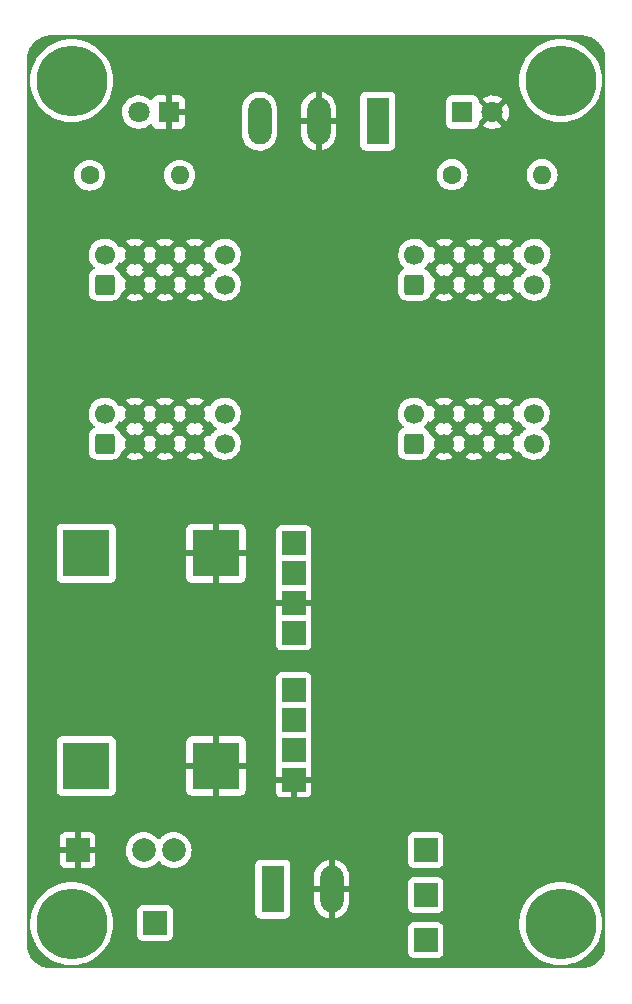
<source format=gbl>
G04 #@! TF.GenerationSoftware,KiCad,Pcbnew,(6.0.8-1)-1*
G04 #@! TF.CreationDate,2023-01-21T16:38:13+01:00*
G04 #@! TF.ProjectId,hog-f1-stupdown-psu,686f672d-6631-42d7-9374-7570646f776e,rev?*
G04 #@! TF.SameCoordinates,Original*
G04 #@! TF.FileFunction,Copper,L2,Bot*
G04 #@! TF.FilePolarity,Positive*
%FSLAX46Y46*%
G04 Gerber Fmt 4.6, Leading zero omitted, Abs format (unit mm)*
G04 Created by KiCad (PCBNEW (6.0.8-1)-1) date 2023-01-21 16:38:13*
%MOMM*%
%LPD*%
G01*
G04 APERTURE LIST*
G04 Aperture macros list*
%AMRoundRect*
0 Rectangle with rounded corners*
0 $1 Rounding radius*
0 $2 $3 $4 $5 $6 $7 $8 $9 X,Y pos of 4 corners*
0 Add a 4 corners polygon primitive as box body*
4,1,4,$2,$3,$4,$5,$6,$7,$8,$9,$2,$3,0*
0 Add four circle primitives for the rounded corners*
1,1,$1+$1,$2,$3*
1,1,$1+$1,$4,$5*
1,1,$1+$1,$6,$7*
1,1,$1+$1,$8,$9*
0 Add four rect primitives between the rounded corners*
20,1,$1+$1,$2,$3,$4,$5,0*
20,1,$1+$1,$4,$5,$6,$7,0*
20,1,$1+$1,$6,$7,$8,$9,0*
20,1,$1+$1,$8,$9,$2,$3,0*%
G04 Aperture macros list end*
G04 #@! TA.AperFunction,ComponentPad*
%ADD10RoundRect,0.250000X0.600000X-0.600000X0.600000X0.600000X-0.600000X0.600000X-0.600000X-0.600000X0*%
G04 #@! TD*
G04 #@! TA.AperFunction,ComponentPad*
%ADD11C,1.700000*%
G04 #@! TD*
G04 #@! TA.AperFunction,ComponentPad*
%ADD12R,1.980000X3.960000*%
G04 #@! TD*
G04 #@! TA.AperFunction,ComponentPad*
%ADD13O,1.980000X3.960000*%
G04 #@! TD*
G04 #@! TA.AperFunction,ComponentPad*
%ADD14R,2.000000X2.000000*%
G04 #@! TD*
G04 #@! TA.AperFunction,ComponentPad*
%ADD15C,2.000000*%
G04 #@! TD*
G04 #@! TA.AperFunction,ComponentPad*
%ADD16R,4.000000X4.000000*%
G04 #@! TD*
G04 #@! TA.AperFunction,ComponentPad*
%ADD17C,1.600000*%
G04 #@! TD*
G04 #@! TA.AperFunction,ComponentPad*
%ADD18O,1.600000X1.600000*%
G04 #@! TD*
G04 #@! TA.AperFunction,ComponentPad*
%ADD19C,6.000000*%
G04 #@! TD*
G04 #@! TA.AperFunction,ComponentPad*
%ADD20R,1.800000X1.800000*%
G04 #@! TD*
G04 #@! TA.AperFunction,ComponentPad*
%ADD21C,1.800000*%
G04 #@! TD*
G04 APERTURE END LIST*
D10*
X155820219Y-84104586D03*
D11*
X155820219Y-81564586D03*
X158360219Y-84104586D03*
X158360219Y-81564586D03*
X160900219Y-84104586D03*
X160900219Y-81564586D03*
X163440219Y-84104586D03*
X163440219Y-81564586D03*
X165980219Y-84104586D03*
X165980219Y-81564586D03*
D10*
X129594000Y-97566586D03*
D11*
X129594000Y-95026586D03*
X132134000Y-97566586D03*
X132134000Y-95026586D03*
X134674000Y-97566586D03*
X134674000Y-95026586D03*
X137214000Y-97566586D03*
X137214000Y-95026586D03*
X139754000Y-97566586D03*
X139754000Y-95026586D03*
D12*
X152708000Y-70266000D03*
D13*
X147708000Y-70266000D03*
X142708000Y-70266000D03*
D14*
X156772000Y-139608000D03*
D12*
X143818000Y-135290000D03*
D13*
X148818000Y-135290000D03*
D14*
X156772000Y-131988000D03*
D15*
X135436000Y-131988000D03*
X132896000Y-131988000D03*
D16*
X128044800Y-124864086D03*
X139017600Y-124864086D03*
X128044800Y-106864086D03*
X139017600Y-106864086D03*
D14*
X145596000Y-118404086D03*
X145596000Y-120944086D03*
X145596000Y-123484086D03*
X145596000Y-126024086D03*
D10*
X155756000Y-97566586D03*
D11*
X155756000Y-95026586D03*
X158296000Y-97566586D03*
X158296000Y-95026586D03*
X160836000Y-97566586D03*
X160836000Y-95026586D03*
X163376000Y-97566586D03*
X163376000Y-95026586D03*
X165916000Y-97566586D03*
X165916000Y-95026586D03*
D14*
X127308000Y-131988000D03*
D17*
X128324000Y-74838000D03*
D18*
X135944000Y-74838000D03*
D19*
X126800000Y-66837000D03*
X168202000Y-66837000D03*
D20*
X159888000Y-69504000D03*
D21*
X162428000Y-69504000D03*
D14*
X145596000Y-105958086D03*
X145596000Y-108498086D03*
X145596000Y-111038086D03*
X145596000Y-113578086D03*
D19*
X168202000Y-138211000D03*
D20*
X135001000Y-69504000D03*
D21*
X132461000Y-69504000D03*
D10*
X129594000Y-84104586D03*
D11*
X129594000Y-81564586D03*
X132134000Y-84104586D03*
X132134000Y-81564586D03*
X134674000Y-84104586D03*
X134674000Y-81564586D03*
X137214000Y-84104586D03*
X137214000Y-81564586D03*
X139754000Y-84104586D03*
X139754000Y-81564586D03*
D14*
X156772000Y-135798000D03*
D17*
X159004000Y-74803000D03*
D18*
X166624000Y-74803000D03*
D19*
X126800000Y-138211000D03*
D14*
X133858000Y-138176000D03*
G04 #@! TA.AperFunction,Conductor*
G36*
X169970018Y-63010000D02*
G01*
X169984851Y-63012310D01*
X169984855Y-63012310D01*
X169993724Y-63013691D01*
X170010012Y-63011561D01*
X170034589Y-63010767D01*
X170061441Y-63012527D01*
X170251701Y-63024998D01*
X170268041Y-63027149D01*
X170387690Y-63050948D01*
X170507343Y-63074749D01*
X170523257Y-63079013D01*
X170638776Y-63118227D01*
X170754292Y-63157439D01*
X170769519Y-63163746D01*
X170988342Y-63271657D01*
X171002616Y-63279898D01*
X171205478Y-63415447D01*
X171218553Y-63425480D01*
X171401993Y-63586352D01*
X171413648Y-63598007D01*
X171574520Y-63781447D01*
X171584553Y-63794522D01*
X171720102Y-63997384D01*
X171728343Y-64011658D01*
X171836254Y-64230481D01*
X171842561Y-64245708D01*
X171920986Y-64476740D01*
X171925252Y-64492660D01*
X171972851Y-64731959D01*
X171975002Y-64748299D01*
X171988763Y-64958236D01*
X171987733Y-64981350D01*
X171987690Y-64984854D01*
X171986309Y-64993724D01*
X171987473Y-65002626D01*
X171987473Y-65002628D01*
X171990436Y-65025283D01*
X171991500Y-65041621D01*
X171991500Y-139950633D01*
X171990000Y-139970018D01*
X171987690Y-139984851D01*
X171987690Y-139984855D01*
X171986309Y-139993724D01*
X171988136Y-140007694D01*
X171988439Y-140010010D01*
X171989233Y-140034590D01*
X171975002Y-140251701D01*
X171972851Y-140268041D01*
X171925252Y-140507340D01*
X171920986Y-140523260D01*
X171842561Y-140754292D01*
X171836254Y-140769519D01*
X171728343Y-140988342D01*
X171720102Y-141002616D01*
X171584553Y-141205478D01*
X171574520Y-141218553D01*
X171413648Y-141401993D01*
X171401993Y-141413648D01*
X171218553Y-141574520D01*
X171205478Y-141584553D01*
X171002616Y-141720102D01*
X170988342Y-141728343D01*
X170769519Y-141836254D01*
X170754292Y-141842561D01*
X170638776Y-141881774D01*
X170523257Y-141920987D01*
X170507343Y-141925251D01*
X170387690Y-141949052D01*
X170268041Y-141972851D01*
X170251701Y-141975002D01*
X170110437Y-141984262D01*
X170041763Y-141988763D01*
X170018650Y-141987733D01*
X170015146Y-141987690D01*
X170006276Y-141986309D01*
X169997374Y-141987473D01*
X169997372Y-141987473D01*
X169983915Y-141989233D01*
X169974714Y-141990436D01*
X169958379Y-141991500D01*
X125049367Y-141991500D01*
X125029982Y-141990000D01*
X125015149Y-141987690D01*
X125015145Y-141987690D01*
X125006276Y-141986309D01*
X124989988Y-141988439D01*
X124965411Y-141989233D01*
X124920801Y-141986309D01*
X124748299Y-141975002D01*
X124731959Y-141972851D01*
X124612310Y-141949052D01*
X124492657Y-141925251D01*
X124476743Y-141920987D01*
X124361224Y-141881774D01*
X124245708Y-141842561D01*
X124230481Y-141836254D01*
X124011658Y-141728343D01*
X123997384Y-141720102D01*
X123794522Y-141584553D01*
X123781447Y-141574520D01*
X123598007Y-141413648D01*
X123586352Y-141401993D01*
X123425480Y-141218553D01*
X123415447Y-141205478D01*
X123279898Y-141002616D01*
X123271657Y-140988342D01*
X123163746Y-140769519D01*
X123157439Y-140754292D01*
X123079014Y-140523260D01*
X123074748Y-140507340D01*
X123027149Y-140268041D01*
X123024998Y-140251701D01*
X123011476Y-140045407D01*
X123012650Y-140022232D01*
X123012334Y-140022204D01*
X123012770Y-140017344D01*
X123013576Y-140012552D01*
X123013729Y-140000000D01*
X123009773Y-139972376D01*
X123008500Y-139954514D01*
X123008500Y-138211000D01*
X123286685Y-138211000D01*
X123305931Y-138578241D01*
X123363459Y-138941459D01*
X123458639Y-139296674D01*
X123590427Y-139639994D01*
X123591925Y-139642934D01*
X123748706Y-139950633D01*
X123757380Y-139967657D01*
X123759176Y-139970423D01*
X123759178Y-139970426D01*
X123807871Y-140045407D01*
X123957668Y-140276075D01*
X124189098Y-140561867D01*
X124449133Y-140821902D01*
X124734925Y-141053332D01*
X124737700Y-141055134D01*
X124979789Y-141212348D01*
X125043342Y-141253620D01*
X125046276Y-141255115D01*
X125046283Y-141255119D01*
X125334541Y-141401993D01*
X125371006Y-141420573D01*
X125714326Y-141552361D01*
X126069541Y-141647541D01*
X126262558Y-141678112D01*
X126429511Y-141704555D01*
X126429519Y-141704556D01*
X126432759Y-141705069D01*
X126800000Y-141724315D01*
X127167241Y-141705069D01*
X127170481Y-141704556D01*
X127170489Y-141704555D01*
X127337442Y-141678112D01*
X127530459Y-141647541D01*
X127885674Y-141552361D01*
X128228994Y-141420573D01*
X128265459Y-141401993D01*
X128553717Y-141255119D01*
X128553724Y-141255115D01*
X128556658Y-141253620D01*
X128620212Y-141212348D01*
X128862300Y-141055134D01*
X128865075Y-141053332D01*
X129150867Y-140821902D01*
X129316635Y-140656134D01*
X155263500Y-140656134D01*
X155270255Y-140718316D01*
X155321385Y-140854705D01*
X155408739Y-140971261D01*
X155525295Y-141058615D01*
X155661684Y-141109745D01*
X155723866Y-141116500D01*
X157820134Y-141116500D01*
X157882316Y-141109745D01*
X158018705Y-141058615D01*
X158135261Y-140971261D01*
X158222615Y-140854705D01*
X158273745Y-140718316D01*
X158280500Y-140656134D01*
X158280500Y-138559866D01*
X158273745Y-138497684D01*
X158222615Y-138361295D01*
X158135261Y-138244739D01*
X158090243Y-138211000D01*
X164688685Y-138211000D01*
X164707931Y-138578241D01*
X164765459Y-138941459D01*
X164860639Y-139296674D01*
X164992427Y-139639994D01*
X164993925Y-139642934D01*
X165150706Y-139950633D01*
X165159380Y-139967657D01*
X165161176Y-139970423D01*
X165161178Y-139970426D01*
X165209871Y-140045407D01*
X165359668Y-140276075D01*
X165591098Y-140561867D01*
X165851133Y-140821902D01*
X166136925Y-141053332D01*
X166139700Y-141055134D01*
X166381789Y-141212348D01*
X166445342Y-141253620D01*
X166448276Y-141255115D01*
X166448283Y-141255119D01*
X166736541Y-141401993D01*
X166773006Y-141420573D01*
X167116326Y-141552361D01*
X167471541Y-141647541D01*
X167664558Y-141678112D01*
X167831511Y-141704555D01*
X167831519Y-141704556D01*
X167834759Y-141705069D01*
X168202000Y-141724315D01*
X168569241Y-141705069D01*
X168572481Y-141704556D01*
X168572489Y-141704555D01*
X168739442Y-141678112D01*
X168932459Y-141647541D01*
X169287674Y-141552361D01*
X169630994Y-141420573D01*
X169667459Y-141401993D01*
X169955717Y-141255119D01*
X169955724Y-141255115D01*
X169958658Y-141253620D01*
X170022212Y-141212348D01*
X170264300Y-141055134D01*
X170267075Y-141053332D01*
X170552867Y-140821902D01*
X170812902Y-140561867D01*
X171044332Y-140276075D01*
X171194129Y-140045407D01*
X171242822Y-139970426D01*
X171242824Y-139970423D01*
X171244620Y-139967657D01*
X171253295Y-139950633D01*
X171410075Y-139642934D01*
X171411573Y-139639994D01*
X171543361Y-139296674D01*
X171638541Y-138941459D01*
X171696069Y-138578241D01*
X171715315Y-138211000D01*
X171696069Y-137843759D01*
X171681517Y-137751878D01*
X171645407Y-137523891D01*
X171638541Y-137480541D01*
X171543361Y-137125326D01*
X171411573Y-136782006D01*
X171381117Y-136722233D01*
X171246119Y-136457284D01*
X171246115Y-136457277D01*
X171244620Y-136454343D01*
X171044332Y-136145925D01*
X170812902Y-135860133D01*
X170552867Y-135600098D01*
X170267075Y-135368668D01*
X169958658Y-135168380D01*
X169955724Y-135166885D01*
X169955717Y-135166881D01*
X169633934Y-135002925D01*
X169630994Y-135001427D01*
X169287674Y-134869639D01*
X168932459Y-134774459D01*
X168739442Y-134743888D01*
X168572489Y-134717445D01*
X168572481Y-134717444D01*
X168569241Y-134716931D01*
X168202000Y-134697685D01*
X167834759Y-134716931D01*
X167831519Y-134717444D01*
X167831511Y-134717445D01*
X167664558Y-134743888D01*
X167471541Y-134774459D01*
X167116326Y-134869639D01*
X166773006Y-135001427D01*
X166770066Y-135002925D01*
X166448284Y-135166881D01*
X166448277Y-135166885D01*
X166445343Y-135168380D01*
X166136925Y-135368668D01*
X165851133Y-135600098D01*
X165591098Y-135860133D01*
X165359668Y-136145925D01*
X165159380Y-136454343D01*
X165157885Y-136457277D01*
X165157881Y-136457284D01*
X165022883Y-136722233D01*
X164992427Y-136782006D01*
X164860639Y-137125326D01*
X164765459Y-137480541D01*
X164758593Y-137523891D01*
X164722484Y-137751878D01*
X164707931Y-137843759D01*
X164688685Y-138211000D01*
X158090243Y-138211000D01*
X158018705Y-138157385D01*
X157882316Y-138106255D01*
X157820134Y-138099500D01*
X155723866Y-138099500D01*
X155661684Y-138106255D01*
X155525295Y-138157385D01*
X155408739Y-138244739D01*
X155321385Y-138361295D01*
X155270255Y-138497684D01*
X155263500Y-138559866D01*
X155263500Y-140656134D01*
X129316635Y-140656134D01*
X129410902Y-140561867D01*
X129642332Y-140276075D01*
X129792129Y-140045407D01*
X129840822Y-139970426D01*
X129840824Y-139970423D01*
X129842620Y-139967657D01*
X129851295Y-139950633D01*
X130008075Y-139642934D01*
X130009573Y-139639994D01*
X130141361Y-139296674D01*
X130160798Y-139224134D01*
X132349500Y-139224134D01*
X132356255Y-139286316D01*
X132407385Y-139422705D01*
X132494739Y-139539261D01*
X132611295Y-139626615D01*
X132747684Y-139677745D01*
X132809866Y-139684500D01*
X134906134Y-139684500D01*
X134968316Y-139677745D01*
X135104705Y-139626615D01*
X135221261Y-139539261D01*
X135308615Y-139422705D01*
X135359745Y-139286316D01*
X135366500Y-139224134D01*
X135366500Y-137318134D01*
X142319500Y-137318134D01*
X142326255Y-137380316D01*
X142377385Y-137516705D01*
X142464739Y-137633261D01*
X142581295Y-137720615D01*
X142717684Y-137771745D01*
X142779866Y-137778500D01*
X144856134Y-137778500D01*
X144918316Y-137771745D01*
X145054705Y-137720615D01*
X145171261Y-137633261D01*
X145258615Y-137516705D01*
X145309745Y-137380316D01*
X145316500Y-137318134D01*
X145316500Y-136339857D01*
X147320000Y-136339857D01*
X147320212Y-136345030D01*
X147334626Y-136520350D01*
X147336309Y-136530512D01*
X147393800Y-136759396D01*
X147397121Y-136769151D01*
X147491218Y-136985557D01*
X147496096Y-136994655D01*
X147624273Y-137192787D01*
X147630563Y-137200956D01*
X147789387Y-137375501D01*
X147796920Y-137382526D01*
X147982120Y-137528787D01*
X147990707Y-137534492D01*
X148197297Y-137648536D01*
X148206709Y-137652766D01*
X148429156Y-137731539D01*
X148439127Y-137734173D01*
X148546163Y-137753239D01*
X148559460Y-137751779D01*
X148563591Y-137738534D01*
X149072000Y-137738534D01*
X149075918Y-137751878D01*
X149090194Y-137753865D01*
X149161236Y-137742994D01*
X149171263Y-137740605D01*
X149395570Y-137667291D01*
X149405079Y-137663294D01*
X149614395Y-137554331D01*
X149623120Y-137548837D01*
X149811835Y-137407146D01*
X149819542Y-137400303D01*
X149982584Y-137229690D01*
X149989067Y-137221684D01*
X150122057Y-137026726D01*
X150127143Y-137017774D01*
X150206816Y-136846134D01*
X155263500Y-136846134D01*
X155270255Y-136908316D01*
X155321385Y-137044705D01*
X155408739Y-137161261D01*
X155525295Y-137248615D01*
X155661684Y-137299745D01*
X155723866Y-137306500D01*
X157820134Y-137306500D01*
X157882316Y-137299745D01*
X158018705Y-137248615D01*
X158135261Y-137161261D01*
X158222615Y-137044705D01*
X158273745Y-136908316D01*
X158280500Y-136846134D01*
X158280500Y-134749866D01*
X158273745Y-134687684D01*
X158222615Y-134551295D01*
X158135261Y-134434739D01*
X158018705Y-134347385D01*
X157882316Y-134296255D01*
X157820134Y-134289500D01*
X155723866Y-134289500D01*
X155661684Y-134296255D01*
X155525295Y-134347385D01*
X155408739Y-134434739D01*
X155321385Y-134551295D01*
X155270255Y-134687684D01*
X155263500Y-134749866D01*
X155263500Y-136846134D01*
X150206816Y-136846134D01*
X150226506Y-136803715D01*
X150230060Y-136794055D01*
X150293130Y-136566631D01*
X150295057Y-136556527D01*
X150315644Y-136363898D01*
X150316000Y-136357206D01*
X150316000Y-135562115D01*
X150311525Y-135546876D01*
X150310135Y-135545671D01*
X150302452Y-135544000D01*
X149090115Y-135544000D01*
X149074876Y-135548475D01*
X149073671Y-135549865D01*
X149072000Y-135557548D01*
X149072000Y-137738534D01*
X148563591Y-137738534D01*
X148564000Y-137737222D01*
X148564000Y-135562115D01*
X148559525Y-135546876D01*
X148558135Y-135545671D01*
X148550452Y-135544000D01*
X147338115Y-135544000D01*
X147322876Y-135548475D01*
X147321671Y-135549865D01*
X147320000Y-135557548D01*
X147320000Y-136339857D01*
X145316500Y-136339857D01*
X145316500Y-135017885D01*
X147320000Y-135017885D01*
X147324475Y-135033124D01*
X147325865Y-135034329D01*
X147333548Y-135036000D01*
X148545885Y-135036000D01*
X148561124Y-135031525D01*
X148562329Y-135030135D01*
X148564000Y-135022452D01*
X148564000Y-135017885D01*
X149072000Y-135017885D01*
X149076475Y-135033124D01*
X149077865Y-135034329D01*
X149085548Y-135036000D01*
X150297885Y-135036000D01*
X150313124Y-135031525D01*
X150314329Y-135030135D01*
X150316000Y-135022452D01*
X150316000Y-134240143D01*
X150315788Y-134234970D01*
X150301374Y-134059650D01*
X150299691Y-134049488D01*
X150242200Y-133820604D01*
X150238879Y-133810849D01*
X150144782Y-133594443D01*
X150139904Y-133585345D01*
X150011727Y-133387213D01*
X150005437Y-133379044D01*
X149846613Y-133204499D01*
X149839080Y-133197474D01*
X149653880Y-133051213D01*
X149645293Y-133045508D01*
X149628312Y-133036134D01*
X155263500Y-133036134D01*
X155270255Y-133098316D01*
X155321385Y-133234705D01*
X155408739Y-133351261D01*
X155525295Y-133438615D01*
X155661684Y-133489745D01*
X155723866Y-133496500D01*
X157820134Y-133496500D01*
X157882316Y-133489745D01*
X158018705Y-133438615D01*
X158135261Y-133351261D01*
X158222615Y-133234705D01*
X158273745Y-133098316D01*
X158280500Y-133036134D01*
X158280500Y-130939866D01*
X158273745Y-130877684D01*
X158222615Y-130741295D01*
X158135261Y-130624739D01*
X158018705Y-130537385D01*
X157882316Y-130486255D01*
X157820134Y-130479500D01*
X155723866Y-130479500D01*
X155661684Y-130486255D01*
X155525295Y-130537385D01*
X155408739Y-130624739D01*
X155321385Y-130741295D01*
X155270255Y-130877684D01*
X155263500Y-130939866D01*
X155263500Y-133036134D01*
X149628312Y-133036134D01*
X149438703Y-132931464D01*
X149429291Y-132927234D01*
X149206844Y-132848461D01*
X149196873Y-132845827D01*
X149089837Y-132826761D01*
X149076540Y-132828221D01*
X149072000Y-132842778D01*
X149072000Y-135017885D01*
X148564000Y-135017885D01*
X148564000Y-132841466D01*
X148560082Y-132828122D01*
X148545806Y-132826135D01*
X148474764Y-132837006D01*
X148464737Y-132839395D01*
X148240430Y-132912709D01*
X148230921Y-132916706D01*
X148021605Y-133025669D01*
X148012880Y-133031163D01*
X147824165Y-133172854D01*
X147816458Y-133179697D01*
X147653416Y-133350310D01*
X147646933Y-133358316D01*
X147513943Y-133553274D01*
X147508857Y-133562226D01*
X147409494Y-133776285D01*
X147405940Y-133785945D01*
X147342870Y-134013369D01*
X147340943Y-134023473D01*
X147320356Y-134216102D01*
X147320000Y-134222794D01*
X147320000Y-135017885D01*
X145316500Y-135017885D01*
X145316500Y-133261866D01*
X145309745Y-133199684D01*
X145258615Y-133063295D01*
X145171261Y-132946739D01*
X145054705Y-132859385D01*
X144918316Y-132808255D01*
X144856134Y-132801500D01*
X142779866Y-132801500D01*
X142717684Y-132808255D01*
X142581295Y-132859385D01*
X142464739Y-132946739D01*
X142377385Y-133063295D01*
X142326255Y-133199684D01*
X142319500Y-133261866D01*
X142319500Y-137318134D01*
X135366500Y-137318134D01*
X135366500Y-137127866D01*
X135359745Y-137065684D01*
X135308615Y-136929295D01*
X135221261Y-136812739D01*
X135104705Y-136725385D01*
X134968316Y-136674255D01*
X134906134Y-136667500D01*
X132809866Y-136667500D01*
X132747684Y-136674255D01*
X132611295Y-136725385D01*
X132494739Y-136812739D01*
X132407385Y-136929295D01*
X132356255Y-137065684D01*
X132349500Y-137127866D01*
X132349500Y-139224134D01*
X130160798Y-139224134D01*
X130236541Y-138941459D01*
X130294069Y-138578241D01*
X130313315Y-138211000D01*
X130294069Y-137843759D01*
X130279517Y-137751878D01*
X130243407Y-137523891D01*
X130236541Y-137480541D01*
X130141361Y-137125326D01*
X130009573Y-136782006D01*
X129979117Y-136722233D01*
X129844119Y-136457284D01*
X129844115Y-136457277D01*
X129842620Y-136454343D01*
X129642332Y-136145925D01*
X129410902Y-135860133D01*
X129150867Y-135600098D01*
X128865075Y-135368668D01*
X128556658Y-135168380D01*
X128553724Y-135166885D01*
X128553717Y-135166881D01*
X128231934Y-135002925D01*
X128228994Y-135001427D01*
X127885674Y-134869639D01*
X127530459Y-134774459D01*
X127337442Y-134743888D01*
X127170489Y-134717445D01*
X127170481Y-134717444D01*
X127167241Y-134716931D01*
X126800000Y-134697685D01*
X126432759Y-134716931D01*
X126429519Y-134717444D01*
X126429511Y-134717445D01*
X126262558Y-134743888D01*
X126069541Y-134774459D01*
X125714326Y-134869639D01*
X125371006Y-135001427D01*
X125368066Y-135002925D01*
X125046284Y-135166881D01*
X125046277Y-135166885D01*
X125043343Y-135168380D01*
X124734925Y-135368668D01*
X124449133Y-135600098D01*
X124189098Y-135860133D01*
X123957668Y-136145925D01*
X123757380Y-136454343D01*
X123755885Y-136457277D01*
X123755881Y-136457284D01*
X123620883Y-136722233D01*
X123590427Y-136782006D01*
X123458639Y-137125326D01*
X123363459Y-137480541D01*
X123356593Y-137523891D01*
X123320484Y-137751878D01*
X123305931Y-137843759D01*
X123286685Y-138211000D01*
X123008500Y-138211000D01*
X123008500Y-133032669D01*
X125800001Y-133032669D01*
X125800371Y-133039490D01*
X125805895Y-133090352D01*
X125809521Y-133105604D01*
X125854676Y-133226054D01*
X125863214Y-133241649D01*
X125939715Y-133343724D01*
X125952276Y-133356285D01*
X126054351Y-133432786D01*
X126069946Y-133441324D01*
X126190394Y-133486478D01*
X126205649Y-133490105D01*
X126256514Y-133495631D01*
X126263328Y-133496000D01*
X127035885Y-133496000D01*
X127051124Y-133491525D01*
X127052329Y-133490135D01*
X127054000Y-133482452D01*
X127054000Y-133477884D01*
X127562000Y-133477884D01*
X127566475Y-133493123D01*
X127567865Y-133494328D01*
X127575548Y-133495999D01*
X128352669Y-133495999D01*
X128359490Y-133495629D01*
X128410352Y-133490105D01*
X128425604Y-133486479D01*
X128546054Y-133441324D01*
X128561649Y-133432786D01*
X128663724Y-133356285D01*
X128676285Y-133343724D01*
X128752786Y-133241649D01*
X128761324Y-133226054D01*
X128806478Y-133105606D01*
X128810105Y-133090351D01*
X128815631Y-133039486D01*
X128816000Y-133032672D01*
X128816000Y-132260115D01*
X128811525Y-132244876D01*
X128810135Y-132243671D01*
X128802452Y-132242000D01*
X127580115Y-132242000D01*
X127564876Y-132246475D01*
X127563671Y-132247865D01*
X127562000Y-132255548D01*
X127562000Y-133477884D01*
X127054000Y-133477884D01*
X127054000Y-132260115D01*
X127049525Y-132244876D01*
X127048135Y-132243671D01*
X127040452Y-132242000D01*
X125818116Y-132242000D01*
X125802877Y-132246475D01*
X125801672Y-132247865D01*
X125800001Y-132255548D01*
X125800001Y-133032669D01*
X123008500Y-133032669D01*
X123008500Y-131988000D01*
X131382835Y-131988000D01*
X131401465Y-132224711D01*
X131402619Y-132229518D01*
X131402620Y-132229524D01*
X131437640Y-132375391D01*
X131456895Y-132455594D01*
X131547760Y-132674963D01*
X131550346Y-132679183D01*
X131669241Y-132873202D01*
X131669245Y-132873208D01*
X131671824Y-132877416D01*
X131826031Y-133057969D01*
X132006584Y-133212176D01*
X132010792Y-133214755D01*
X132010798Y-133214759D01*
X132087670Y-133261866D01*
X132209037Y-133336240D01*
X132213607Y-133338133D01*
X132213611Y-133338135D01*
X132423833Y-133425211D01*
X132428406Y-133427105D01*
X132476349Y-133438615D01*
X132654476Y-133481380D01*
X132654482Y-133481381D01*
X132659289Y-133482535D01*
X132896000Y-133501165D01*
X133132711Y-133482535D01*
X133137518Y-133481381D01*
X133137524Y-133481380D01*
X133315651Y-133438615D01*
X133363594Y-133427105D01*
X133368167Y-133425211D01*
X133578389Y-133338135D01*
X133578393Y-133338133D01*
X133582963Y-133336240D01*
X133704330Y-133261866D01*
X133781202Y-133214759D01*
X133781208Y-133214755D01*
X133785416Y-133212176D01*
X133965969Y-133057969D01*
X133969177Y-133054213D01*
X133969182Y-133054208D01*
X134070189Y-132935944D01*
X134129639Y-132897134D01*
X134200634Y-132896628D01*
X134261811Y-132935944D01*
X134362818Y-133054208D01*
X134362823Y-133054213D01*
X134366031Y-133057969D01*
X134546584Y-133212176D01*
X134550792Y-133214755D01*
X134550798Y-133214759D01*
X134627670Y-133261866D01*
X134749037Y-133336240D01*
X134753607Y-133338133D01*
X134753611Y-133338135D01*
X134963833Y-133425211D01*
X134968406Y-133427105D01*
X135016349Y-133438615D01*
X135194476Y-133481380D01*
X135194482Y-133481381D01*
X135199289Y-133482535D01*
X135436000Y-133501165D01*
X135672711Y-133482535D01*
X135677518Y-133481381D01*
X135677524Y-133481380D01*
X135855651Y-133438615D01*
X135903594Y-133427105D01*
X135908167Y-133425211D01*
X136118389Y-133338135D01*
X136118393Y-133338133D01*
X136122963Y-133336240D01*
X136244330Y-133261866D01*
X136321202Y-133214759D01*
X136321208Y-133214755D01*
X136325416Y-133212176D01*
X136505969Y-133057969D01*
X136660176Y-132877416D01*
X136662755Y-132873208D01*
X136662759Y-132873202D01*
X136781654Y-132679183D01*
X136784240Y-132674963D01*
X136875105Y-132455594D01*
X136894360Y-132375391D01*
X136929380Y-132229524D01*
X136929381Y-132229518D01*
X136930535Y-132224711D01*
X136949165Y-131988000D01*
X136930535Y-131751289D01*
X136926385Y-131734000D01*
X136876260Y-131525218D01*
X136875105Y-131520406D01*
X136784240Y-131301037D01*
X136781654Y-131296817D01*
X136662759Y-131102798D01*
X136662755Y-131102792D01*
X136660176Y-131098584D01*
X136505969Y-130918031D01*
X136325416Y-130763824D01*
X136321208Y-130761245D01*
X136321202Y-130761241D01*
X136127183Y-130642346D01*
X136122963Y-130639760D01*
X136118393Y-130637867D01*
X136118389Y-130637865D01*
X135908167Y-130550789D01*
X135908165Y-130550788D01*
X135903594Y-130548895D01*
X135823391Y-130529640D01*
X135677524Y-130494620D01*
X135677518Y-130494619D01*
X135672711Y-130493465D01*
X135436000Y-130474835D01*
X135199289Y-130493465D01*
X135194482Y-130494619D01*
X135194476Y-130494620D01*
X135048609Y-130529640D01*
X134968406Y-130548895D01*
X134963835Y-130550788D01*
X134963833Y-130550789D01*
X134753611Y-130637865D01*
X134753607Y-130637867D01*
X134749037Y-130639760D01*
X134744817Y-130642346D01*
X134550798Y-130761241D01*
X134550792Y-130761245D01*
X134546584Y-130763824D01*
X134366031Y-130918031D01*
X134362823Y-130921787D01*
X134362818Y-130921792D01*
X134261811Y-131040056D01*
X134202361Y-131078866D01*
X134131366Y-131079372D01*
X134070189Y-131040056D01*
X133969182Y-130921792D01*
X133969177Y-130921787D01*
X133965969Y-130918031D01*
X133785416Y-130763824D01*
X133781208Y-130761245D01*
X133781202Y-130761241D01*
X133587183Y-130642346D01*
X133582963Y-130639760D01*
X133578393Y-130637867D01*
X133578389Y-130637865D01*
X133368167Y-130550789D01*
X133368165Y-130550788D01*
X133363594Y-130548895D01*
X133283391Y-130529640D01*
X133137524Y-130494620D01*
X133137518Y-130494619D01*
X133132711Y-130493465D01*
X132896000Y-130474835D01*
X132659289Y-130493465D01*
X132654482Y-130494619D01*
X132654476Y-130494620D01*
X132508609Y-130529640D01*
X132428406Y-130548895D01*
X132423835Y-130550788D01*
X132423833Y-130550789D01*
X132213611Y-130637865D01*
X132213607Y-130637867D01*
X132209037Y-130639760D01*
X132204817Y-130642346D01*
X132010798Y-130761241D01*
X132010792Y-130761245D01*
X132006584Y-130763824D01*
X131826031Y-130918031D01*
X131671824Y-131098584D01*
X131669245Y-131102792D01*
X131669241Y-131102798D01*
X131550346Y-131296817D01*
X131547760Y-131301037D01*
X131456895Y-131520406D01*
X131455740Y-131525218D01*
X131405616Y-131734000D01*
X131401465Y-131751289D01*
X131382835Y-131988000D01*
X123008500Y-131988000D01*
X123008500Y-131715885D01*
X125800000Y-131715885D01*
X125804475Y-131731124D01*
X125805865Y-131732329D01*
X125813548Y-131734000D01*
X127035885Y-131734000D01*
X127051124Y-131729525D01*
X127052329Y-131728135D01*
X127054000Y-131720452D01*
X127054000Y-131715885D01*
X127562000Y-131715885D01*
X127566475Y-131731124D01*
X127567865Y-131732329D01*
X127575548Y-131734000D01*
X128797884Y-131734000D01*
X128813123Y-131729525D01*
X128814328Y-131728135D01*
X128815999Y-131720452D01*
X128815999Y-130943331D01*
X128815629Y-130936510D01*
X128810105Y-130885648D01*
X128806479Y-130870396D01*
X128761324Y-130749946D01*
X128752786Y-130734351D01*
X128676285Y-130632276D01*
X128663724Y-130619715D01*
X128561649Y-130543214D01*
X128546054Y-130534676D01*
X128425606Y-130489522D01*
X128410351Y-130485895D01*
X128359486Y-130480369D01*
X128352672Y-130480000D01*
X127580115Y-130480000D01*
X127564876Y-130484475D01*
X127563671Y-130485865D01*
X127562000Y-130493548D01*
X127562000Y-131715885D01*
X127054000Y-131715885D01*
X127054000Y-130498116D01*
X127049525Y-130482877D01*
X127048135Y-130481672D01*
X127040452Y-130480001D01*
X126263331Y-130480001D01*
X126256510Y-130480371D01*
X126205648Y-130485895D01*
X126190396Y-130489521D01*
X126069946Y-130534676D01*
X126054351Y-130543214D01*
X125952276Y-130619715D01*
X125939715Y-130632276D01*
X125863214Y-130734351D01*
X125854676Y-130749946D01*
X125809522Y-130870394D01*
X125805895Y-130885649D01*
X125800369Y-130936514D01*
X125800000Y-130943328D01*
X125800000Y-131715885D01*
X123008500Y-131715885D01*
X123008500Y-126912220D01*
X125536300Y-126912220D01*
X125543055Y-126974402D01*
X125594185Y-127110791D01*
X125681539Y-127227347D01*
X125798095Y-127314701D01*
X125934484Y-127365831D01*
X125996666Y-127372586D01*
X130092934Y-127372586D01*
X130155116Y-127365831D01*
X130291505Y-127314701D01*
X130408061Y-127227347D01*
X130495415Y-127110791D01*
X130546545Y-126974402D01*
X130553300Y-126912220D01*
X130553300Y-126908755D01*
X136509601Y-126908755D01*
X136509971Y-126915576D01*
X136515495Y-126966438D01*
X136519121Y-126981690D01*
X136564276Y-127102140D01*
X136572814Y-127117735D01*
X136649315Y-127219810D01*
X136661876Y-127232371D01*
X136763951Y-127308872D01*
X136779546Y-127317410D01*
X136899994Y-127362564D01*
X136915249Y-127366191D01*
X136966114Y-127371717D01*
X136972928Y-127372086D01*
X138745485Y-127372086D01*
X138760724Y-127367611D01*
X138761929Y-127366221D01*
X138763600Y-127358538D01*
X138763600Y-127353970D01*
X139271600Y-127353970D01*
X139276075Y-127369209D01*
X139277465Y-127370414D01*
X139285148Y-127372085D01*
X141062269Y-127372085D01*
X141069090Y-127371715D01*
X141119952Y-127366191D01*
X141135204Y-127362565D01*
X141255654Y-127317410D01*
X141271249Y-127308872D01*
X141373324Y-127232371D01*
X141385885Y-127219810D01*
X141462386Y-127117735D01*
X141470924Y-127102140D01*
X141483439Y-127068755D01*
X144088001Y-127068755D01*
X144088371Y-127075576D01*
X144093895Y-127126438D01*
X144097521Y-127141690D01*
X144142676Y-127262140D01*
X144151214Y-127277735D01*
X144227715Y-127379810D01*
X144240276Y-127392371D01*
X144342351Y-127468872D01*
X144357946Y-127477410D01*
X144478394Y-127522564D01*
X144493649Y-127526191D01*
X144544514Y-127531717D01*
X144551328Y-127532086D01*
X145323885Y-127532086D01*
X145339124Y-127527611D01*
X145340329Y-127526221D01*
X145342000Y-127518538D01*
X145342000Y-127513970D01*
X145850000Y-127513970D01*
X145854475Y-127529209D01*
X145855865Y-127530414D01*
X145863548Y-127532085D01*
X146640669Y-127532085D01*
X146647490Y-127531715D01*
X146698352Y-127526191D01*
X146713604Y-127522565D01*
X146834054Y-127477410D01*
X146849649Y-127468872D01*
X146951724Y-127392371D01*
X146964285Y-127379810D01*
X147040786Y-127277735D01*
X147049324Y-127262140D01*
X147094478Y-127141692D01*
X147098105Y-127126437D01*
X147103631Y-127075572D01*
X147104000Y-127068758D01*
X147104000Y-126296201D01*
X147099525Y-126280962D01*
X147098135Y-126279757D01*
X147090452Y-126278086D01*
X145868115Y-126278086D01*
X145852876Y-126282561D01*
X145851671Y-126283951D01*
X145850000Y-126291634D01*
X145850000Y-127513970D01*
X145342000Y-127513970D01*
X145342000Y-126296201D01*
X145337525Y-126280962D01*
X145336135Y-126279757D01*
X145328452Y-126278086D01*
X144106116Y-126278086D01*
X144090877Y-126282561D01*
X144089672Y-126283951D01*
X144088001Y-126291634D01*
X144088001Y-127068755D01*
X141483439Y-127068755D01*
X141516078Y-126981692D01*
X141519705Y-126966437D01*
X141525231Y-126915572D01*
X141525600Y-126908758D01*
X141525600Y-125136201D01*
X141521125Y-125120962D01*
X141519735Y-125119757D01*
X141512052Y-125118086D01*
X139289715Y-125118086D01*
X139274476Y-125122561D01*
X139273271Y-125123951D01*
X139271600Y-125131634D01*
X139271600Y-127353970D01*
X138763600Y-127353970D01*
X138763600Y-125136201D01*
X138759125Y-125120962D01*
X138757735Y-125119757D01*
X138750052Y-125118086D01*
X136527716Y-125118086D01*
X136512477Y-125122561D01*
X136511272Y-125123951D01*
X136509601Y-125131634D01*
X136509601Y-126908755D01*
X130553300Y-126908755D01*
X130553300Y-124591971D01*
X136509600Y-124591971D01*
X136514075Y-124607210D01*
X136515465Y-124608415D01*
X136523148Y-124610086D01*
X138745485Y-124610086D01*
X138760724Y-124605611D01*
X138761929Y-124604221D01*
X138763600Y-124596538D01*
X138763600Y-124591971D01*
X139271600Y-124591971D01*
X139276075Y-124607210D01*
X139277465Y-124608415D01*
X139285148Y-124610086D01*
X141507484Y-124610086D01*
X141522723Y-124605611D01*
X141523928Y-124604221D01*
X141525599Y-124596538D01*
X141525599Y-124532220D01*
X144087500Y-124532220D01*
X144094255Y-124594402D01*
X144097029Y-124601801D01*
X144137804Y-124710568D01*
X144142987Y-124781375D01*
X144137804Y-124799028D01*
X144097522Y-124906480D01*
X144093895Y-124921735D01*
X144088369Y-124972600D01*
X144088000Y-124979414D01*
X144088000Y-125751971D01*
X144092475Y-125767210D01*
X144093865Y-125768415D01*
X144101548Y-125770086D01*
X147085884Y-125770086D01*
X147101123Y-125765611D01*
X147102328Y-125764221D01*
X147103999Y-125756538D01*
X147103999Y-124979417D01*
X147103629Y-124972596D01*
X147098105Y-124921734D01*
X147094479Y-124906482D01*
X147054196Y-124799028D01*
X147049013Y-124728221D01*
X147054196Y-124710568D01*
X147094971Y-124601801D01*
X147097745Y-124594402D01*
X147104500Y-124532220D01*
X147104500Y-122435952D01*
X147097745Y-122373770D01*
X147054463Y-122258315D01*
X147049280Y-122187509D01*
X147054463Y-122169856D01*
X147094971Y-122061801D01*
X147097745Y-122054402D01*
X147104500Y-121992220D01*
X147104500Y-119895952D01*
X147097745Y-119833770D01*
X147054463Y-119718315D01*
X147049280Y-119647509D01*
X147054463Y-119629856D01*
X147094971Y-119521801D01*
X147097745Y-119514402D01*
X147104500Y-119452220D01*
X147104500Y-117355952D01*
X147097745Y-117293770D01*
X147046615Y-117157381D01*
X146959261Y-117040825D01*
X146842705Y-116953471D01*
X146706316Y-116902341D01*
X146644134Y-116895586D01*
X144547866Y-116895586D01*
X144485684Y-116902341D01*
X144349295Y-116953471D01*
X144232739Y-117040825D01*
X144145385Y-117157381D01*
X144094255Y-117293770D01*
X144087500Y-117355952D01*
X144087500Y-119452220D01*
X144094255Y-119514402D01*
X144097029Y-119521801D01*
X144137537Y-119629856D01*
X144142720Y-119700663D01*
X144137538Y-119718314D01*
X144094255Y-119833770D01*
X144087500Y-119895952D01*
X144087500Y-121992220D01*
X144094255Y-122054402D01*
X144097029Y-122061801D01*
X144137537Y-122169856D01*
X144142720Y-122240663D01*
X144137538Y-122258314D01*
X144094255Y-122373770D01*
X144087500Y-122435952D01*
X144087500Y-124532220D01*
X141525599Y-124532220D01*
X141525599Y-122819417D01*
X141525229Y-122812596D01*
X141519705Y-122761734D01*
X141516079Y-122746482D01*
X141470924Y-122626032D01*
X141462386Y-122610437D01*
X141385885Y-122508362D01*
X141373324Y-122495801D01*
X141271249Y-122419300D01*
X141255654Y-122410762D01*
X141135206Y-122365608D01*
X141119951Y-122361981D01*
X141069086Y-122356455D01*
X141062272Y-122356086D01*
X139289715Y-122356086D01*
X139274476Y-122360561D01*
X139273271Y-122361951D01*
X139271600Y-122369634D01*
X139271600Y-124591971D01*
X138763600Y-124591971D01*
X138763600Y-122374202D01*
X138759125Y-122358963D01*
X138757735Y-122357758D01*
X138750052Y-122356087D01*
X136972931Y-122356087D01*
X136966110Y-122356457D01*
X136915248Y-122361981D01*
X136899996Y-122365607D01*
X136779546Y-122410762D01*
X136763951Y-122419300D01*
X136661876Y-122495801D01*
X136649315Y-122508362D01*
X136572814Y-122610437D01*
X136564276Y-122626032D01*
X136519122Y-122746480D01*
X136515495Y-122761735D01*
X136509969Y-122812600D01*
X136509600Y-122819414D01*
X136509600Y-124591971D01*
X130553300Y-124591971D01*
X130553300Y-122815952D01*
X130546545Y-122753770D01*
X130495415Y-122617381D01*
X130408061Y-122500825D01*
X130291505Y-122413471D01*
X130155116Y-122362341D01*
X130092934Y-122355586D01*
X125996666Y-122355586D01*
X125934484Y-122362341D01*
X125798095Y-122413471D01*
X125681539Y-122500825D01*
X125594185Y-122617381D01*
X125543055Y-122753770D01*
X125536300Y-122815952D01*
X125536300Y-126912220D01*
X123008500Y-126912220D01*
X123008500Y-114626220D01*
X144087500Y-114626220D01*
X144094255Y-114688402D01*
X144145385Y-114824791D01*
X144232739Y-114941347D01*
X144349295Y-115028701D01*
X144485684Y-115079831D01*
X144547866Y-115086586D01*
X146644134Y-115086586D01*
X146706316Y-115079831D01*
X146842705Y-115028701D01*
X146959261Y-114941347D01*
X147046615Y-114824791D01*
X147097745Y-114688402D01*
X147104500Y-114626220D01*
X147104500Y-112529952D01*
X147097745Y-112467770D01*
X147054196Y-112351603D01*
X147049013Y-112280797D01*
X147054196Y-112263144D01*
X147094478Y-112155692D01*
X147098105Y-112140437D01*
X147103631Y-112089572D01*
X147104000Y-112082758D01*
X147104000Y-111310201D01*
X147099525Y-111294962D01*
X147098135Y-111293757D01*
X147090452Y-111292086D01*
X144106116Y-111292086D01*
X144090877Y-111296561D01*
X144089672Y-111297951D01*
X144088001Y-111305634D01*
X144088001Y-112082755D01*
X144088371Y-112089576D01*
X144093895Y-112140438D01*
X144097521Y-112155690D01*
X144137804Y-112263144D01*
X144142987Y-112333951D01*
X144137805Y-112351601D01*
X144094255Y-112467770D01*
X144087500Y-112529952D01*
X144087500Y-114626220D01*
X123008500Y-114626220D01*
X123008500Y-109546220D01*
X144087500Y-109546220D01*
X144094255Y-109608402D01*
X144097029Y-109615801D01*
X144137804Y-109724568D01*
X144142987Y-109795375D01*
X144137804Y-109813028D01*
X144097522Y-109920480D01*
X144093895Y-109935735D01*
X144088369Y-109986600D01*
X144088000Y-109993414D01*
X144088000Y-110765971D01*
X144092475Y-110781210D01*
X144093865Y-110782415D01*
X144101548Y-110784086D01*
X147085884Y-110784086D01*
X147101123Y-110779611D01*
X147102328Y-110778221D01*
X147103999Y-110770538D01*
X147103999Y-109993417D01*
X147103629Y-109986596D01*
X147098105Y-109935734D01*
X147094479Y-109920482D01*
X147054196Y-109813028D01*
X147049013Y-109742221D01*
X147054196Y-109724568D01*
X147094971Y-109615801D01*
X147097745Y-109608402D01*
X147104500Y-109546220D01*
X147104500Y-107449952D01*
X147097745Y-107387770D01*
X147054463Y-107272315D01*
X147049280Y-107201509D01*
X147054463Y-107183856D01*
X147074040Y-107131634D01*
X147097745Y-107068402D01*
X147104500Y-107006220D01*
X147104500Y-104909952D01*
X147097745Y-104847770D01*
X147046615Y-104711381D01*
X146959261Y-104594825D01*
X146842705Y-104507471D01*
X146706316Y-104456341D01*
X146644134Y-104449586D01*
X144547866Y-104449586D01*
X144485684Y-104456341D01*
X144349295Y-104507471D01*
X144232739Y-104594825D01*
X144145385Y-104711381D01*
X144094255Y-104847770D01*
X144087500Y-104909952D01*
X144087500Y-107006220D01*
X144094255Y-107068402D01*
X144117960Y-107131634D01*
X144137537Y-107183856D01*
X144142720Y-107254663D01*
X144137538Y-107272314D01*
X144094255Y-107387770D01*
X144087500Y-107449952D01*
X144087500Y-109546220D01*
X123008500Y-109546220D01*
X123008500Y-108912220D01*
X125536300Y-108912220D01*
X125543055Y-108974402D01*
X125594185Y-109110791D01*
X125681539Y-109227347D01*
X125798095Y-109314701D01*
X125934484Y-109365831D01*
X125996666Y-109372586D01*
X130092934Y-109372586D01*
X130155116Y-109365831D01*
X130291505Y-109314701D01*
X130408061Y-109227347D01*
X130495415Y-109110791D01*
X130546545Y-108974402D01*
X130553300Y-108912220D01*
X130553300Y-108908755D01*
X136509601Y-108908755D01*
X136509971Y-108915576D01*
X136515495Y-108966438D01*
X136519121Y-108981690D01*
X136564276Y-109102140D01*
X136572814Y-109117735D01*
X136649315Y-109219810D01*
X136661876Y-109232371D01*
X136763951Y-109308872D01*
X136779546Y-109317410D01*
X136899994Y-109362564D01*
X136915249Y-109366191D01*
X136966114Y-109371717D01*
X136972928Y-109372086D01*
X138745485Y-109372086D01*
X138760724Y-109367611D01*
X138761929Y-109366221D01*
X138763600Y-109358538D01*
X138763600Y-109353970D01*
X139271600Y-109353970D01*
X139276075Y-109369209D01*
X139277465Y-109370414D01*
X139285148Y-109372085D01*
X141062269Y-109372085D01*
X141069090Y-109371715D01*
X141119952Y-109366191D01*
X141135204Y-109362565D01*
X141255654Y-109317410D01*
X141271249Y-109308872D01*
X141373324Y-109232371D01*
X141385885Y-109219810D01*
X141462386Y-109117735D01*
X141470924Y-109102140D01*
X141516078Y-108981692D01*
X141519705Y-108966437D01*
X141525231Y-108915572D01*
X141525600Y-108908758D01*
X141525600Y-107136201D01*
X141521125Y-107120962D01*
X141519735Y-107119757D01*
X141512052Y-107118086D01*
X139289715Y-107118086D01*
X139274476Y-107122561D01*
X139273271Y-107123951D01*
X139271600Y-107131634D01*
X139271600Y-109353970D01*
X138763600Y-109353970D01*
X138763600Y-107136201D01*
X138759125Y-107120962D01*
X138757735Y-107119757D01*
X138750052Y-107118086D01*
X136527716Y-107118086D01*
X136512477Y-107122561D01*
X136511272Y-107123951D01*
X136509601Y-107131634D01*
X136509601Y-108908755D01*
X130553300Y-108908755D01*
X130553300Y-106591971D01*
X136509600Y-106591971D01*
X136514075Y-106607210D01*
X136515465Y-106608415D01*
X136523148Y-106610086D01*
X138745485Y-106610086D01*
X138760724Y-106605611D01*
X138761929Y-106604221D01*
X138763600Y-106596538D01*
X138763600Y-106591971D01*
X139271600Y-106591971D01*
X139276075Y-106607210D01*
X139277465Y-106608415D01*
X139285148Y-106610086D01*
X141507484Y-106610086D01*
X141522723Y-106605611D01*
X141523928Y-106604221D01*
X141525599Y-106596538D01*
X141525599Y-104819417D01*
X141525229Y-104812596D01*
X141519705Y-104761734D01*
X141516079Y-104746482D01*
X141470924Y-104626032D01*
X141462386Y-104610437D01*
X141385885Y-104508362D01*
X141373324Y-104495801D01*
X141271249Y-104419300D01*
X141255654Y-104410762D01*
X141135206Y-104365608D01*
X141119951Y-104361981D01*
X141069086Y-104356455D01*
X141062272Y-104356086D01*
X139289715Y-104356086D01*
X139274476Y-104360561D01*
X139273271Y-104361951D01*
X139271600Y-104369634D01*
X139271600Y-106591971D01*
X138763600Y-106591971D01*
X138763600Y-104374202D01*
X138759125Y-104358963D01*
X138757735Y-104357758D01*
X138750052Y-104356087D01*
X136972931Y-104356087D01*
X136966110Y-104356457D01*
X136915248Y-104361981D01*
X136899996Y-104365607D01*
X136779546Y-104410762D01*
X136763951Y-104419300D01*
X136661876Y-104495801D01*
X136649315Y-104508362D01*
X136572814Y-104610437D01*
X136564276Y-104626032D01*
X136519122Y-104746480D01*
X136515495Y-104761735D01*
X136509969Y-104812600D01*
X136509600Y-104819414D01*
X136509600Y-106591971D01*
X130553300Y-106591971D01*
X130553300Y-104815952D01*
X130546545Y-104753770D01*
X130495415Y-104617381D01*
X130408061Y-104500825D01*
X130291505Y-104413471D01*
X130155116Y-104362341D01*
X130092934Y-104355586D01*
X125996666Y-104355586D01*
X125934484Y-104362341D01*
X125798095Y-104413471D01*
X125681539Y-104500825D01*
X125594185Y-104617381D01*
X125543055Y-104753770D01*
X125536300Y-104815952D01*
X125536300Y-108912220D01*
X123008500Y-108912220D01*
X123008500Y-94993281D01*
X128231251Y-94993281D01*
X128231548Y-94998434D01*
X128231548Y-94998437D01*
X128237011Y-95093176D01*
X128244110Y-95216301D01*
X128245247Y-95221347D01*
X128245248Y-95221353D01*
X128265119Y-95309525D01*
X128293222Y-95434225D01*
X128377266Y-95641202D01*
X128414072Y-95701264D01*
X128491288Y-95827269D01*
X128493987Y-95831674D01*
X128640250Y-96000524D01*
X128710344Y-96058717D01*
X128749979Y-96117619D01*
X128751477Y-96188600D01*
X128714363Y-96249123D01*
X128683312Y-96269761D01*
X128676996Y-96272720D01*
X128670054Y-96275036D01*
X128519652Y-96368108D01*
X128394695Y-96493283D01*
X128390855Y-96499513D01*
X128390854Y-96499514D01*
X128347630Y-96569637D01*
X128301885Y-96643848D01*
X128246203Y-96811725D01*
X128245503Y-96818561D01*
X128245502Y-96818564D01*
X128241091Y-96861617D01*
X128235500Y-96916186D01*
X128235500Y-98216986D01*
X128235837Y-98220232D01*
X128235837Y-98220236D01*
X128241298Y-98272863D01*
X128246474Y-98322752D01*
X128248655Y-98329288D01*
X128248655Y-98329290D01*
X128292728Y-98461392D01*
X128302450Y-98490532D01*
X128395522Y-98640934D01*
X128520697Y-98765891D01*
X128526927Y-98769731D01*
X128526928Y-98769732D01*
X128664090Y-98854280D01*
X128671262Y-98858701D01*
X128723915Y-98876165D01*
X128832611Y-98912218D01*
X128832613Y-98912218D01*
X128839139Y-98914383D01*
X128845975Y-98915083D01*
X128845978Y-98915084D01*
X128880531Y-98918624D01*
X128943600Y-98925086D01*
X130244400Y-98925086D01*
X130247646Y-98924749D01*
X130247650Y-98924749D01*
X130343308Y-98914824D01*
X130343312Y-98914823D01*
X130350166Y-98914112D01*
X130356702Y-98911931D01*
X130356704Y-98911931D01*
X130488806Y-98867858D01*
X130517946Y-98858136D01*
X130668348Y-98765064D01*
X130741845Y-98691439D01*
X131373977Y-98691439D01*
X131379258Y-98698493D01*
X131540756Y-98792865D01*
X131550042Y-98797315D01*
X131749001Y-98873289D01*
X131758899Y-98876165D01*
X131967595Y-98918624D01*
X131977823Y-98919843D01*
X132190650Y-98927648D01*
X132200936Y-98927181D01*
X132412185Y-98900120D01*
X132422262Y-98897978D01*
X132626255Y-98836777D01*
X132635842Y-98833019D01*
X132827098Y-98739324D01*
X132835944Y-98734051D01*
X132883247Y-98700309D01*
X132890211Y-98691439D01*
X133913977Y-98691439D01*
X133919258Y-98698493D01*
X134080756Y-98792865D01*
X134090042Y-98797315D01*
X134289001Y-98873289D01*
X134298899Y-98876165D01*
X134507595Y-98918624D01*
X134517823Y-98919843D01*
X134730650Y-98927648D01*
X134740936Y-98927181D01*
X134952185Y-98900120D01*
X134962262Y-98897978D01*
X135166255Y-98836777D01*
X135175842Y-98833019D01*
X135367098Y-98739324D01*
X135375944Y-98734051D01*
X135423247Y-98700309D01*
X135430211Y-98691439D01*
X136453977Y-98691439D01*
X136459258Y-98698493D01*
X136620756Y-98792865D01*
X136630042Y-98797315D01*
X136829001Y-98873289D01*
X136838899Y-98876165D01*
X137047595Y-98918624D01*
X137057823Y-98919843D01*
X137270650Y-98927648D01*
X137280936Y-98927181D01*
X137492185Y-98900120D01*
X137502262Y-98897978D01*
X137706255Y-98836777D01*
X137715842Y-98833019D01*
X137907098Y-98739324D01*
X137915944Y-98734051D01*
X137963247Y-98700309D01*
X137971648Y-98689609D01*
X137964660Y-98676456D01*
X137226812Y-97938608D01*
X137212868Y-97930994D01*
X137211035Y-97931125D01*
X137204420Y-97935376D01*
X136460737Y-98679059D01*
X136453977Y-98691439D01*
X135430211Y-98691439D01*
X135431648Y-98689609D01*
X135424660Y-98676456D01*
X134686812Y-97938608D01*
X134672868Y-97930994D01*
X134671035Y-97931125D01*
X134664420Y-97935376D01*
X133920737Y-98679059D01*
X133913977Y-98691439D01*
X132890211Y-98691439D01*
X132891648Y-98689609D01*
X132884660Y-98676456D01*
X132146812Y-97938608D01*
X132132868Y-97930994D01*
X132131035Y-97931125D01*
X132124420Y-97935376D01*
X131380737Y-98679059D01*
X131373977Y-98691439D01*
X130741845Y-98691439D01*
X130793305Y-98639889D01*
X130815357Y-98604115D01*
X130882275Y-98495554D01*
X130882276Y-98495552D01*
X130886115Y-98489324D01*
X130910913Y-98414561D01*
X130951342Y-98356202D01*
X130980630Y-98338520D01*
X131019694Y-98321682D01*
X131761978Y-97579398D01*
X131768356Y-97567718D01*
X132498408Y-97567718D01*
X132498539Y-97569551D01*
X132502790Y-97576166D01*
X133244474Y-98317850D01*
X133256484Y-98324409D01*
X133268223Y-98315441D01*
X133302022Y-98268405D01*
X133303149Y-98269215D01*
X133350659Y-98225467D01*
X133420596Y-98213247D01*
X133486038Y-98240777D01*
X133513870Y-98272615D01*
X133540459Y-98316005D01*
X133550916Y-98325466D01*
X133559694Y-98321682D01*
X134301978Y-97579398D01*
X134308356Y-97567718D01*
X135038408Y-97567718D01*
X135038539Y-97569551D01*
X135042790Y-97576166D01*
X135784474Y-98317850D01*
X135796484Y-98324409D01*
X135808223Y-98315441D01*
X135842022Y-98268405D01*
X135843149Y-98269215D01*
X135890659Y-98225467D01*
X135960596Y-98213247D01*
X136026038Y-98240777D01*
X136053870Y-98272615D01*
X136080459Y-98316005D01*
X136090916Y-98325466D01*
X136099694Y-98321682D01*
X136841978Y-97579398D01*
X136848356Y-97567718D01*
X137578408Y-97567718D01*
X137578539Y-97569551D01*
X137582790Y-97576166D01*
X138324474Y-98317850D01*
X138336484Y-98324409D01*
X138348223Y-98315441D01*
X138382022Y-98268405D01*
X138383277Y-98269307D01*
X138430391Y-98225941D01*
X138500330Y-98213734D01*
X138565767Y-98241277D01*
X138593580Y-98273099D01*
X138651287Y-98367269D01*
X138651291Y-98367274D01*
X138653987Y-98371674D01*
X138800250Y-98540524D01*
X138972126Y-98683218D01*
X139165000Y-98795924D01*
X139373692Y-98875616D01*
X139378760Y-98876647D01*
X139378763Y-98876648D01*
X139483604Y-98897978D01*
X139592597Y-98920153D01*
X139597772Y-98920343D01*
X139597774Y-98920343D01*
X139810673Y-98928150D01*
X139810677Y-98928150D01*
X139815837Y-98928339D01*
X139820957Y-98927683D01*
X139820959Y-98927683D01*
X140032288Y-98900611D01*
X140032289Y-98900611D01*
X140037416Y-98899954D01*
X140042366Y-98898469D01*
X140246429Y-98837247D01*
X140246434Y-98837245D01*
X140251384Y-98835760D01*
X140451994Y-98737482D01*
X140633860Y-98607759D01*
X140792096Y-98450075D01*
X140922453Y-98268663D01*
X140943568Y-98225941D01*
X141019136Y-98073039D01*
X141019137Y-98073037D01*
X141021430Y-98068397D01*
X141086370Y-97854655D01*
X141115529Y-97633176D01*
X141117156Y-97566586D01*
X141098852Y-97343947D01*
X141044431Y-97127288D01*
X140955354Y-96922426D01*
X140870196Y-96790792D01*
X140836822Y-96739203D01*
X140836820Y-96739200D01*
X140834014Y-96734863D01*
X140683670Y-96569637D01*
X140679619Y-96566438D01*
X140679615Y-96566434D01*
X140512414Y-96434386D01*
X140512410Y-96434384D01*
X140508359Y-96431184D01*
X140467053Y-96408382D01*
X140417084Y-96357950D01*
X140402312Y-96288507D01*
X140427428Y-96222102D01*
X140454780Y-96195495D01*
X140519110Y-96149609D01*
X140633860Y-96067759D01*
X140792096Y-95910075D01*
X140851594Y-95827275D01*
X140919435Y-95732863D01*
X140922453Y-95728663D01*
X140935995Y-95701264D01*
X141019136Y-95533039D01*
X141019137Y-95533037D01*
X141021430Y-95528397D01*
X141086370Y-95314655D01*
X141115529Y-95093176D01*
X141117156Y-95026586D01*
X141114418Y-94993281D01*
X154393251Y-94993281D01*
X154393548Y-94998434D01*
X154393548Y-94998437D01*
X154399011Y-95093176D01*
X154406110Y-95216301D01*
X154407247Y-95221347D01*
X154407248Y-95221353D01*
X154427119Y-95309525D01*
X154455222Y-95434225D01*
X154539266Y-95641202D01*
X154576072Y-95701264D01*
X154653288Y-95827269D01*
X154655987Y-95831674D01*
X154802250Y-96000524D01*
X154872344Y-96058717D01*
X154911979Y-96117619D01*
X154913477Y-96188600D01*
X154876363Y-96249123D01*
X154845312Y-96269761D01*
X154838996Y-96272720D01*
X154832054Y-96275036D01*
X154681652Y-96368108D01*
X154556695Y-96493283D01*
X154552855Y-96499513D01*
X154552854Y-96499514D01*
X154509630Y-96569637D01*
X154463885Y-96643848D01*
X154408203Y-96811725D01*
X154407503Y-96818561D01*
X154407502Y-96818564D01*
X154403091Y-96861617D01*
X154397500Y-96916186D01*
X154397500Y-98216986D01*
X154397837Y-98220232D01*
X154397837Y-98220236D01*
X154403298Y-98272863D01*
X154408474Y-98322752D01*
X154410655Y-98329288D01*
X154410655Y-98329290D01*
X154454728Y-98461392D01*
X154464450Y-98490532D01*
X154557522Y-98640934D01*
X154682697Y-98765891D01*
X154688927Y-98769731D01*
X154688928Y-98769732D01*
X154826090Y-98854280D01*
X154833262Y-98858701D01*
X154885915Y-98876165D01*
X154994611Y-98912218D01*
X154994613Y-98912218D01*
X155001139Y-98914383D01*
X155007975Y-98915083D01*
X155007978Y-98915084D01*
X155042531Y-98918624D01*
X155105600Y-98925086D01*
X156406400Y-98925086D01*
X156409646Y-98924749D01*
X156409650Y-98924749D01*
X156505308Y-98914824D01*
X156505312Y-98914823D01*
X156512166Y-98914112D01*
X156518702Y-98911931D01*
X156518704Y-98911931D01*
X156650806Y-98867858D01*
X156679946Y-98858136D01*
X156830348Y-98765064D01*
X156903845Y-98691439D01*
X157535977Y-98691439D01*
X157541258Y-98698493D01*
X157702756Y-98792865D01*
X157712042Y-98797315D01*
X157911001Y-98873289D01*
X157920899Y-98876165D01*
X158129595Y-98918624D01*
X158139823Y-98919843D01*
X158352650Y-98927648D01*
X158362936Y-98927181D01*
X158574185Y-98900120D01*
X158584262Y-98897978D01*
X158788255Y-98836777D01*
X158797842Y-98833019D01*
X158989098Y-98739324D01*
X158997944Y-98734051D01*
X159045247Y-98700309D01*
X159052211Y-98691439D01*
X160075977Y-98691439D01*
X160081258Y-98698493D01*
X160242756Y-98792865D01*
X160252042Y-98797315D01*
X160451001Y-98873289D01*
X160460899Y-98876165D01*
X160669595Y-98918624D01*
X160679823Y-98919843D01*
X160892650Y-98927648D01*
X160902936Y-98927181D01*
X161114185Y-98900120D01*
X161124262Y-98897978D01*
X161328255Y-98836777D01*
X161337842Y-98833019D01*
X161529098Y-98739324D01*
X161537944Y-98734051D01*
X161585247Y-98700309D01*
X161592211Y-98691439D01*
X162615977Y-98691439D01*
X162621258Y-98698493D01*
X162782756Y-98792865D01*
X162792042Y-98797315D01*
X162991001Y-98873289D01*
X163000899Y-98876165D01*
X163209595Y-98918624D01*
X163219823Y-98919843D01*
X163432650Y-98927648D01*
X163442936Y-98927181D01*
X163654185Y-98900120D01*
X163664262Y-98897978D01*
X163868255Y-98836777D01*
X163877842Y-98833019D01*
X164069098Y-98739324D01*
X164077944Y-98734051D01*
X164125247Y-98700309D01*
X164133648Y-98689609D01*
X164126660Y-98676456D01*
X163388812Y-97938608D01*
X163374868Y-97930994D01*
X163373035Y-97931125D01*
X163366420Y-97935376D01*
X162622737Y-98679059D01*
X162615977Y-98691439D01*
X161592211Y-98691439D01*
X161593648Y-98689609D01*
X161586660Y-98676456D01*
X160848812Y-97938608D01*
X160834868Y-97930994D01*
X160833035Y-97931125D01*
X160826420Y-97935376D01*
X160082737Y-98679059D01*
X160075977Y-98691439D01*
X159052211Y-98691439D01*
X159053648Y-98689609D01*
X159046660Y-98676456D01*
X158308812Y-97938608D01*
X158294868Y-97930994D01*
X158293035Y-97931125D01*
X158286420Y-97935376D01*
X157542737Y-98679059D01*
X157535977Y-98691439D01*
X156903845Y-98691439D01*
X156955305Y-98639889D01*
X156977357Y-98604115D01*
X157044275Y-98495554D01*
X157044276Y-98495552D01*
X157048115Y-98489324D01*
X157072913Y-98414561D01*
X157113342Y-98356202D01*
X157142630Y-98338520D01*
X157181694Y-98321682D01*
X157923978Y-97579398D01*
X157930356Y-97567718D01*
X158660408Y-97567718D01*
X158660539Y-97569551D01*
X158664790Y-97576166D01*
X159406474Y-98317850D01*
X159418484Y-98324409D01*
X159430223Y-98315441D01*
X159464022Y-98268405D01*
X159465149Y-98269215D01*
X159512659Y-98225467D01*
X159582596Y-98213247D01*
X159648038Y-98240777D01*
X159675870Y-98272615D01*
X159702459Y-98316005D01*
X159712916Y-98325466D01*
X159721694Y-98321682D01*
X160463978Y-97579398D01*
X160470356Y-97567718D01*
X161200408Y-97567718D01*
X161200539Y-97569551D01*
X161204790Y-97576166D01*
X161946474Y-98317850D01*
X161958484Y-98324409D01*
X161970223Y-98315441D01*
X162004022Y-98268405D01*
X162005149Y-98269215D01*
X162052659Y-98225467D01*
X162122596Y-98213247D01*
X162188038Y-98240777D01*
X162215870Y-98272615D01*
X162242459Y-98316005D01*
X162252916Y-98325466D01*
X162261694Y-98321682D01*
X163003978Y-97579398D01*
X163010356Y-97567718D01*
X163740408Y-97567718D01*
X163740539Y-97569551D01*
X163744790Y-97576166D01*
X164486474Y-98317850D01*
X164498484Y-98324409D01*
X164510223Y-98315441D01*
X164544022Y-98268405D01*
X164545277Y-98269307D01*
X164592391Y-98225941D01*
X164662330Y-98213734D01*
X164727767Y-98241277D01*
X164755580Y-98273099D01*
X164813287Y-98367269D01*
X164813291Y-98367274D01*
X164815987Y-98371674D01*
X164962250Y-98540524D01*
X165134126Y-98683218D01*
X165327000Y-98795924D01*
X165535692Y-98875616D01*
X165540760Y-98876647D01*
X165540763Y-98876648D01*
X165645604Y-98897978D01*
X165754597Y-98920153D01*
X165759772Y-98920343D01*
X165759774Y-98920343D01*
X165972673Y-98928150D01*
X165972677Y-98928150D01*
X165977837Y-98928339D01*
X165982957Y-98927683D01*
X165982959Y-98927683D01*
X166194288Y-98900611D01*
X166194289Y-98900611D01*
X166199416Y-98899954D01*
X166204366Y-98898469D01*
X166408429Y-98837247D01*
X166408434Y-98837245D01*
X166413384Y-98835760D01*
X166613994Y-98737482D01*
X166795860Y-98607759D01*
X166954096Y-98450075D01*
X167084453Y-98268663D01*
X167105568Y-98225941D01*
X167181136Y-98073039D01*
X167181137Y-98073037D01*
X167183430Y-98068397D01*
X167248370Y-97854655D01*
X167277529Y-97633176D01*
X167279156Y-97566586D01*
X167260852Y-97343947D01*
X167206431Y-97127288D01*
X167117354Y-96922426D01*
X167032196Y-96790792D01*
X166998822Y-96739203D01*
X166998820Y-96739200D01*
X166996014Y-96734863D01*
X166845670Y-96569637D01*
X166841619Y-96566438D01*
X166841615Y-96566434D01*
X166674414Y-96434386D01*
X166674410Y-96434384D01*
X166670359Y-96431184D01*
X166629053Y-96408382D01*
X166579084Y-96357950D01*
X166564312Y-96288507D01*
X166589428Y-96222102D01*
X166616780Y-96195495D01*
X166681110Y-96149609D01*
X166795860Y-96067759D01*
X166954096Y-95910075D01*
X167013594Y-95827275D01*
X167081435Y-95732863D01*
X167084453Y-95728663D01*
X167097995Y-95701264D01*
X167181136Y-95533039D01*
X167181137Y-95533037D01*
X167183430Y-95528397D01*
X167248370Y-95314655D01*
X167277529Y-95093176D01*
X167279156Y-95026586D01*
X167260852Y-94803947D01*
X167206431Y-94587288D01*
X167117354Y-94382426D01*
X166996014Y-94194863D01*
X166845670Y-94029637D01*
X166841619Y-94026438D01*
X166841615Y-94026434D01*
X166674414Y-93894386D01*
X166674410Y-93894384D01*
X166670359Y-93891184D01*
X166474789Y-93783224D01*
X166469920Y-93781500D01*
X166469916Y-93781498D01*
X166269087Y-93710381D01*
X166269083Y-93710380D01*
X166264212Y-93708655D01*
X166259119Y-93707748D01*
X166259116Y-93707747D01*
X166049373Y-93670386D01*
X166049367Y-93670385D01*
X166044284Y-93669480D01*
X165970452Y-93668578D01*
X165826081Y-93666814D01*
X165826079Y-93666814D01*
X165820911Y-93666751D01*
X165600091Y-93700541D01*
X165387756Y-93769943D01*
X165189607Y-93873093D01*
X165185474Y-93876196D01*
X165185471Y-93876198D01*
X165015100Y-94004116D01*
X165010965Y-94007221D01*
X164856629Y-94168724D01*
X164783693Y-94275645D01*
X164748898Y-94326652D01*
X164693987Y-94371655D01*
X164623462Y-94379826D01*
X164559715Y-94348572D01*
X164539017Y-94324087D01*
X164509062Y-94277783D01*
X164498377Y-94268581D01*
X164488812Y-94272984D01*
X163748022Y-95013774D01*
X163740408Y-95027718D01*
X163740539Y-95029551D01*
X163744790Y-95036166D01*
X164486474Y-95777850D01*
X164498484Y-95784409D01*
X164510223Y-95775441D01*
X164544022Y-95728405D01*
X164545277Y-95729307D01*
X164592391Y-95685941D01*
X164662330Y-95673734D01*
X164727767Y-95701277D01*
X164755580Y-95733099D01*
X164813287Y-95827269D01*
X164813291Y-95827274D01*
X164815987Y-95831674D01*
X164962250Y-96000524D01*
X165134126Y-96143218D01*
X165145063Y-96149609D01*
X165207445Y-96186062D01*
X165256169Y-96237700D01*
X165269240Y-96307483D01*
X165242509Y-96373255D01*
X165202055Y-96406613D01*
X165189607Y-96413093D01*
X165185474Y-96416196D01*
X165185471Y-96416198D01*
X165015100Y-96544116D01*
X165010965Y-96547221D01*
X165007393Y-96550959D01*
X164924580Y-96637618D01*
X164856629Y-96708724D01*
X164783693Y-96815645D01*
X164748898Y-96866652D01*
X164693987Y-96911655D01*
X164623462Y-96919826D01*
X164559715Y-96888572D01*
X164539017Y-96864087D01*
X164509062Y-96817783D01*
X164498377Y-96808581D01*
X164488812Y-96812984D01*
X163748022Y-97553774D01*
X163740408Y-97567718D01*
X163010356Y-97567718D01*
X163011592Y-97565454D01*
X163011461Y-97563621D01*
X163007210Y-97557006D01*
X162265849Y-96815645D01*
X162254313Y-96809345D01*
X162242028Y-96818970D01*
X162209192Y-96867106D01*
X162154281Y-96912109D01*
X162083756Y-96920280D01*
X162020009Y-96889026D01*
X161999311Y-96864541D01*
X161969062Y-96817783D01*
X161958377Y-96808581D01*
X161948812Y-96812984D01*
X161208022Y-97553774D01*
X161200408Y-97567718D01*
X160470356Y-97567718D01*
X160471592Y-97565454D01*
X160471461Y-97563621D01*
X160467210Y-97557006D01*
X159725849Y-96815645D01*
X159714313Y-96809345D01*
X159702028Y-96818970D01*
X159669192Y-96867106D01*
X159614281Y-96912109D01*
X159543756Y-96920280D01*
X159480009Y-96889026D01*
X159459311Y-96864541D01*
X159429062Y-96817783D01*
X159418377Y-96808581D01*
X159408812Y-96812984D01*
X158668022Y-97553774D01*
X158660408Y-97567718D01*
X157930356Y-97567718D01*
X157931592Y-97565454D01*
X157931461Y-97563621D01*
X157927210Y-97557006D01*
X157185849Y-96815645D01*
X157145510Y-96793617D01*
X157132523Y-96790792D01*
X157082322Y-96740589D01*
X157073388Y-96720083D01*
X157049870Y-96649593D01*
X157049869Y-96649591D01*
X157047550Y-96642640D01*
X156954478Y-96492238D01*
X156829303Y-96367281D01*
X156814166Y-96357950D01*
X156736284Y-96309943D01*
X156678738Y-96274471D01*
X156671785Y-96272165D01*
X156670904Y-96271754D01*
X156617618Y-96224838D01*
X156598156Y-96156561D01*
X156599704Y-96151439D01*
X157535977Y-96151439D01*
X157541258Y-96158493D01*
X157588479Y-96186087D01*
X157637203Y-96237725D01*
X157650274Y-96307508D01*
X157623543Y-96373280D01*
X157583087Y-96406639D01*
X157574466Y-96411127D01*
X157565734Y-96416625D01*
X157545677Y-96431685D01*
X157537223Y-96443013D01*
X157543968Y-96455344D01*
X158283188Y-97194564D01*
X158297132Y-97202178D01*
X158298965Y-97202047D01*
X158305580Y-97197796D01*
X159049389Y-96453987D01*
X159056410Y-96441130D01*
X159049611Y-96431799D01*
X159045559Y-96429107D01*
X159008116Y-96408438D01*
X158958145Y-96358006D01*
X158943373Y-96288563D01*
X158968489Y-96222158D01*
X158995840Y-96195551D01*
X159045247Y-96160309D01*
X159052211Y-96151439D01*
X160075977Y-96151439D01*
X160081258Y-96158493D01*
X160128479Y-96186087D01*
X160177203Y-96237725D01*
X160190274Y-96307508D01*
X160163543Y-96373280D01*
X160123087Y-96406639D01*
X160114466Y-96411127D01*
X160105734Y-96416625D01*
X160085677Y-96431685D01*
X160077223Y-96443013D01*
X160083968Y-96455344D01*
X160823188Y-97194564D01*
X160837132Y-97202178D01*
X160838965Y-97202047D01*
X160845580Y-97197796D01*
X161589389Y-96453987D01*
X161596410Y-96441130D01*
X161589611Y-96431799D01*
X161585559Y-96429107D01*
X161548116Y-96408438D01*
X161498145Y-96358006D01*
X161483373Y-96288563D01*
X161508489Y-96222158D01*
X161535840Y-96195551D01*
X161585247Y-96160309D01*
X161592211Y-96151439D01*
X162615977Y-96151439D01*
X162621258Y-96158493D01*
X162668479Y-96186087D01*
X162717203Y-96237725D01*
X162730274Y-96307508D01*
X162703543Y-96373280D01*
X162663087Y-96406639D01*
X162654466Y-96411127D01*
X162645734Y-96416625D01*
X162625677Y-96431685D01*
X162617223Y-96443013D01*
X162623968Y-96455344D01*
X163363188Y-97194564D01*
X163377132Y-97202178D01*
X163378965Y-97202047D01*
X163385580Y-97197796D01*
X164129389Y-96453987D01*
X164136410Y-96441130D01*
X164129611Y-96431799D01*
X164125559Y-96429107D01*
X164088116Y-96408438D01*
X164038145Y-96358006D01*
X164023373Y-96288563D01*
X164048489Y-96222158D01*
X164075840Y-96195551D01*
X164125247Y-96160309D01*
X164133648Y-96149609D01*
X164126660Y-96136456D01*
X163388812Y-95398608D01*
X163374868Y-95390994D01*
X163373035Y-95391125D01*
X163366420Y-95395376D01*
X162622737Y-96139059D01*
X162615977Y-96151439D01*
X161592211Y-96151439D01*
X161593648Y-96149609D01*
X161586660Y-96136456D01*
X160848812Y-95398608D01*
X160834868Y-95390994D01*
X160833035Y-95391125D01*
X160826420Y-95395376D01*
X160082737Y-96139059D01*
X160075977Y-96151439D01*
X159052211Y-96151439D01*
X159053648Y-96149609D01*
X159046660Y-96136456D01*
X158308812Y-95398608D01*
X158294868Y-95390994D01*
X158293035Y-95391125D01*
X158286420Y-95395376D01*
X157542737Y-96139059D01*
X157535977Y-96151439D01*
X156599704Y-96151439D01*
X156618696Y-96088601D01*
X156636529Y-96068430D01*
X156635860Y-96067759D01*
X156790435Y-95913723D01*
X156794096Y-95910075D01*
X156853594Y-95827275D01*
X156924453Y-95728663D01*
X156925640Y-95729516D01*
X156972960Y-95685948D01*
X157042897Y-95673731D01*
X157108338Y-95701264D01*
X157136166Y-95733098D01*
X157162459Y-95776005D01*
X157172916Y-95785466D01*
X157181694Y-95781682D01*
X157923978Y-95039398D01*
X157930356Y-95027718D01*
X158660408Y-95027718D01*
X158660539Y-95029551D01*
X158664790Y-95036166D01*
X159406474Y-95777850D01*
X159418484Y-95784409D01*
X159430223Y-95775441D01*
X159464022Y-95728405D01*
X159465149Y-95729215D01*
X159512659Y-95685467D01*
X159582596Y-95673247D01*
X159648038Y-95700777D01*
X159675870Y-95732615D01*
X159702459Y-95776005D01*
X159712916Y-95785466D01*
X159721694Y-95781682D01*
X160463978Y-95039398D01*
X160470356Y-95027718D01*
X161200408Y-95027718D01*
X161200539Y-95029551D01*
X161204790Y-95036166D01*
X161946474Y-95777850D01*
X161958484Y-95784409D01*
X161970223Y-95775441D01*
X162004022Y-95728405D01*
X162005149Y-95729215D01*
X162052659Y-95685467D01*
X162122596Y-95673247D01*
X162188038Y-95700777D01*
X162215870Y-95732615D01*
X162242459Y-95776005D01*
X162252916Y-95785466D01*
X162261694Y-95781682D01*
X163003978Y-95039398D01*
X163011592Y-95025454D01*
X163011461Y-95023621D01*
X163007210Y-95017006D01*
X162265849Y-94275645D01*
X162254313Y-94269345D01*
X162242028Y-94278970D01*
X162209192Y-94327106D01*
X162154281Y-94372109D01*
X162083756Y-94380280D01*
X162020009Y-94349026D01*
X161999311Y-94324541D01*
X161969062Y-94277783D01*
X161958377Y-94268581D01*
X161948812Y-94272984D01*
X161208022Y-95013774D01*
X161200408Y-95027718D01*
X160470356Y-95027718D01*
X160471592Y-95025454D01*
X160471461Y-95023621D01*
X160467210Y-95017006D01*
X159725849Y-94275645D01*
X159714313Y-94269345D01*
X159702028Y-94278970D01*
X159669192Y-94327106D01*
X159614281Y-94372109D01*
X159543756Y-94380280D01*
X159480009Y-94349026D01*
X159459311Y-94324541D01*
X159429062Y-94277783D01*
X159418377Y-94268581D01*
X159408812Y-94272984D01*
X158668022Y-95013774D01*
X158660408Y-95027718D01*
X157930356Y-95027718D01*
X157931592Y-95025454D01*
X157931461Y-95023621D01*
X157927210Y-95017006D01*
X157185849Y-94275645D01*
X157174313Y-94269345D01*
X157162031Y-94278968D01*
X157129499Y-94326658D01*
X157074587Y-94371661D01*
X157004063Y-94379832D01*
X156940316Y-94348578D01*
X156919618Y-94324094D01*
X156838822Y-94199203D01*
X156838820Y-94199200D01*
X156836014Y-94194863D01*
X156685670Y-94029637D01*
X156681619Y-94026438D01*
X156681615Y-94026434D01*
X156525338Y-93903013D01*
X157537223Y-93903013D01*
X157543968Y-93915344D01*
X158283188Y-94654564D01*
X158297132Y-94662178D01*
X158298965Y-94662047D01*
X158305580Y-94657796D01*
X159049389Y-93913987D01*
X159055382Y-93903013D01*
X160077223Y-93903013D01*
X160083968Y-93915344D01*
X160823188Y-94654564D01*
X160837132Y-94662178D01*
X160838965Y-94662047D01*
X160845580Y-94657796D01*
X161589389Y-93913987D01*
X161595382Y-93903013D01*
X162617223Y-93903013D01*
X162623968Y-93915344D01*
X163363188Y-94654564D01*
X163377132Y-94662178D01*
X163378965Y-94662047D01*
X163385580Y-94657796D01*
X164129389Y-93913987D01*
X164136410Y-93901130D01*
X164129611Y-93891799D01*
X164125554Y-93889104D01*
X163939117Y-93786185D01*
X163929705Y-93781955D01*
X163728959Y-93710866D01*
X163718989Y-93708232D01*
X163509327Y-93670887D01*
X163499073Y-93669917D01*
X163286116Y-93667314D01*
X163275832Y-93668034D01*
X163065321Y-93700247D01*
X163055293Y-93702636D01*
X162852868Y-93768798D01*
X162843359Y-93772795D01*
X162654466Y-93871126D01*
X162645734Y-93876625D01*
X162625677Y-93891685D01*
X162617223Y-93903013D01*
X161595382Y-93903013D01*
X161596410Y-93901130D01*
X161589611Y-93891799D01*
X161585554Y-93889104D01*
X161399117Y-93786185D01*
X161389705Y-93781955D01*
X161188959Y-93710866D01*
X161178989Y-93708232D01*
X160969327Y-93670887D01*
X160959073Y-93669917D01*
X160746116Y-93667314D01*
X160735832Y-93668034D01*
X160525321Y-93700247D01*
X160515293Y-93702636D01*
X160312868Y-93768798D01*
X160303359Y-93772795D01*
X160114466Y-93871126D01*
X160105734Y-93876625D01*
X160085677Y-93891685D01*
X160077223Y-93903013D01*
X159055382Y-93903013D01*
X159056410Y-93901130D01*
X159049611Y-93891799D01*
X159045554Y-93889104D01*
X158859117Y-93786185D01*
X158849705Y-93781955D01*
X158648959Y-93710866D01*
X158638989Y-93708232D01*
X158429327Y-93670887D01*
X158419073Y-93669917D01*
X158206116Y-93667314D01*
X158195832Y-93668034D01*
X157985321Y-93700247D01*
X157975293Y-93702636D01*
X157772868Y-93768798D01*
X157763359Y-93772795D01*
X157574466Y-93871126D01*
X157565734Y-93876625D01*
X157545677Y-93891685D01*
X157537223Y-93903013D01*
X156525338Y-93903013D01*
X156514414Y-93894386D01*
X156514410Y-93894384D01*
X156510359Y-93891184D01*
X156314789Y-93783224D01*
X156309920Y-93781500D01*
X156309916Y-93781498D01*
X156109087Y-93710381D01*
X156109083Y-93710380D01*
X156104212Y-93708655D01*
X156099119Y-93707748D01*
X156099116Y-93707747D01*
X155889373Y-93670386D01*
X155889367Y-93670385D01*
X155884284Y-93669480D01*
X155810452Y-93668578D01*
X155666081Y-93666814D01*
X155666079Y-93666814D01*
X155660911Y-93666751D01*
X155440091Y-93700541D01*
X155227756Y-93769943D01*
X155029607Y-93873093D01*
X155025474Y-93876196D01*
X155025471Y-93876198D01*
X154855100Y-94004116D01*
X154850965Y-94007221D01*
X154696629Y-94168724D01*
X154570743Y-94353266D01*
X154476688Y-94555891D01*
X154416989Y-94771156D01*
X154393251Y-94993281D01*
X141114418Y-94993281D01*
X141098852Y-94803947D01*
X141044431Y-94587288D01*
X140955354Y-94382426D01*
X140834014Y-94194863D01*
X140683670Y-94029637D01*
X140679619Y-94026438D01*
X140679615Y-94026434D01*
X140512414Y-93894386D01*
X140512410Y-93894384D01*
X140508359Y-93891184D01*
X140312789Y-93783224D01*
X140307920Y-93781500D01*
X140307916Y-93781498D01*
X140107087Y-93710381D01*
X140107083Y-93710380D01*
X140102212Y-93708655D01*
X140097119Y-93707748D01*
X140097116Y-93707747D01*
X139887373Y-93670386D01*
X139887367Y-93670385D01*
X139882284Y-93669480D01*
X139808452Y-93668578D01*
X139664081Y-93666814D01*
X139664079Y-93666814D01*
X139658911Y-93666751D01*
X139438091Y-93700541D01*
X139225756Y-93769943D01*
X139027607Y-93873093D01*
X139023474Y-93876196D01*
X139023471Y-93876198D01*
X138853100Y-94004116D01*
X138848965Y-94007221D01*
X138694629Y-94168724D01*
X138621693Y-94275645D01*
X138586898Y-94326652D01*
X138531987Y-94371655D01*
X138461462Y-94379826D01*
X138397715Y-94348572D01*
X138377017Y-94324087D01*
X138347062Y-94277783D01*
X138336377Y-94268581D01*
X138326812Y-94272984D01*
X137586022Y-95013774D01*
X137578408Y-95027718D01*
X137578539Y-95029551D01*
X137582790Y-95036166D01*
X138324474Y-95777850D01*
X138336484Y-95784409D01*
X138348223Y-95775441D01*
X138382022Y-95728405D01*
X138383277Y-95729307D01*
X138430391Y-95685941D01*
X138500330Y-95673734D01*
X138565767Y-95701277D01*
X138593580Y-95733099D01*
X138651287Y-95827269D01*
X138651291Y-95827274D01*
X138653987Y-95831674D01*
X138800250Y-96000524D01*
X138972126Y-96143218D01*
X138983063Y-96149609D01*
X139045445Y-96186062D01*
X139094169Y-96237700D01*
X139107240Y-96307483D01*
X139080509Y-96373255D01*
X139040055Y-96406613D01*
X139027607Y-96413093D01*
X139023474Y-96416196D01*
X139023471Y-96416198D01*
X138853100Y-96544116D01*
X138848965Y-96547221D01*
X138845393Y-96550959D01*
X138762580Y-96637618D01*
X138694629Y-96708724D01*
X138621693Y-96815645D01*
X138586898Y-96866652D01*
X138531987Y-96911655D01*
X138461462Y-96919826D01*
X138397715Y-96888572D01*
X138377017Y-96864087D01*
X138347062Y-96817783D01*
X138336377Y-96808581D01*
X138326812Y-96812984D01*
X137586022Y-97553774D01*
X137578408Y-97567718D01*
X136848356Y-97567718D01*
X136849592Y-97565454D01*
X136849461Y-97563621D01*
X136845210Y-97557006D01*
X136103849Y-96815645D01*
X136092313Y-96809345D01*
X136080028Y-96818970D01*
X136047192Y-96867106D01*
X135992281Y-96912109D01*
X135921756Y-96920280D01*
X135858009Y-96889026D01*
X135837311Y-96864541D01*
X135807062Y-96817783D01*
X135796377Y-96808581D01*
X135786812Y-96812984D01*
X135046022Y-97553774D01*
X135038408Y-97567718D01*
X134308356Y-97567718D01*
X134309592Y-97565454D01*
X134309461Y-97563621D01*
X134305210Y-97557006D01*
X133563849Y-96815645D01*
X133552313Y-96809345D01*
X133540028Y-96818970D01*
X133507192Y-96867106D01*
X133452281Y-96912109D01*
X133381756Y-96920280D01*
X133318009Y-96889026D01*
X133297311Y-96864541D01*
X133267062Y-96817783D01*
X133256377Y-96808581D01*
X133246812Y-96812984D01*
X132506022Y-97553774D01*
X132498408Y-97567718D01*
X131768356Y-97567718D01*
X131769592Y-97565454D01*
X131769461Y-97563621D01*
X131765210Y-97557006D01*
X131023849Y-96815645D01*
X130983510Y-96793617D01*
X130970523Y-96790792D01*
X130920322Y-96740589D01*
X130911388Y-96720083D01*
X130887870Y-96649593D01*
X130887869Y-96649591D01*
X130885550Y-96642640D01*
X130792478Y-96492238D01*
X130667303Y-96367281D01*
X130652166Y-96357950D01*
X130574284Y-96309943D01*
X130516738Y-96274471D01*
X130509785Y-96272165D01*
X130508904Y-96271754D01*
X130455618Y-96224838D01*
X130436156Y-96156561D01*
X130437704Y-96151439D01*
X131373977Y-96151439D01*
X131379258Y-96158493D01*
X131426479Y-96186087D01*
X131475203Y-96237725D01*
X131488274Y-96307508D01*
X131461543Y-96373280D01*
X131421087Y-96406639D01*
X131412466Y-96411127D01*
X131403734Y-96416625D01*
X131383677Y-96431685D01*
X131375223Y-96443013D01*
X131381968Y-96455344D01*
X132121188Y-97194564D01*
X132135132Y-97202178D01*
X132136965Y-97202047D01*
X132143580Y-97197796D01*
X132887389Y-96453987D01*
X132894410Y-96441130D01*
X132887611Y-96431799D01*
X132883559Y-96429107D01*
X132846116Y-96408438D01*
X132796145Y-96358006D01*
X132781373Y-96288563D01*
X132806489Y-96222158D01*
X132833840Y-96195551D01*
X132883247Y-96160309D01*
X132890211Y-96151439D01*
X133913977Y-96151439D01*
X133919258Y-96158493D01*
X133966479Y-96186087D01*
X134015203Y-96237725D01*
X134028274Y-96307508D01*
X134001543Y-96373280D01*
X133961087Y-96406639D01*
X133952466Y-96411127D01*
X133943734Y-96416625D01*
X133923677Y-96431685D01*
X133915223Y-96443013D01*
X133921968Y-96455344D01*
X134661188Y-97194564D01*
X134675132Y-97202178D01*
X134676965Y-97202047D01*
X134683580Y-97197796D01*
X135427389Y-96453987D01*
X135434410Y-96441130D01*
X135427611Y-96431799D01*
X135423559Y-96429107D01*
X135386116Y-96408438D01*
X135336145Y-96358006D01*
X135321373Y-96288563D01*
X135346489Y-96222158D01*
X135373840Y-96195551D01*
X135423247Y-96160309D01*
X135430211Y-96151439D01*
X136453977Y-96151439D01*
X136459258Y-96158493D01*
X136506479Y-96186087D01*
X136555203Y-96237725D01*
X136568274Y-96307508D01*
X136541543Y-96373280D01*
X136501087Y-96406639D01*
X136492466Y-96411127D01*
X136483734Y-96416625D01*
X136463677Y-96431685D01*
X136455223Y-96443013D01*
X136461968Y-96455344D01*
X137201188Y-97194564D01*
X137215132Y-97202178D01*
X137216965Y-97202047D01*
X137223580Y-97197796D01*
X137967389Y-96453987D01*
X137974410Y-96441130D01*
X137967611Y-96431799D01*
X137963559Y-96429107D01*
X137926116Y-96408438D01*
X137876145Y-96358006D01*
X137861373Y-96288563D01*
X137886489Y-96222158D01*
X137913840Y-96195551D01*
X137963247Y-96160309D01*
X137971648Y-96149609D01*
X137964660Y-96136456D01*
X137226812Y-95398608D01*
X137212868Y-95390994D01*
X137211035Y-95391125D01*
X137204420Y-95395376D01*
X136460737Y-96139059D01*
X136453977Y-96151439D01*
X135430211Y-96151439D01*
X135431648Y-96149609D01*
X135424660Y-96136456D01*
X134686812Y-95398608D01*
X134672868Y-95390994D01*
X134671035Y-95391125D01*
X134664420Y-95395376D01*
X133920737Y-96139059D01*
X133913977Y-96151439D01*
X132890211Y-96151439D01*
X132891648Y-96149609D01*
X132884660Y-96136456D01*
X132146812Y-95398608D01*
X132132868Y-95390994D01*
X132131035Y-95391125D01*
X132124420Y-95395376D01*
X131380737Y-96139059D01*
X131373977Y-96151439D01*
X130437704Y-96151439D01*
X130456696Y-96088601D01*
X130474529Y-96068430D01*
X130473860Y-96067759D01*
X130628435Y-95913723D01*
X130632096Y-95910075D01*
X130691594Y-95827275D01*
X130762453Y-95728663D01*
X130763640Y-95729516D01*
X130810960Y-95685948D01*
X130880897Y-95673731D01*
X130946338Y-95701264D01*
X130974166Y-95733098D01*
X131000459Y-95776005D01*
X131010916Y-95785466D01*
X131019694Y-95781682D01*
X131761978Y-95039398D01*
X131768356Y-95027718D01*
X132498408Y-95027718D01*
X132498539Y-95029551D01*
X132502790Y-95036166D01*
X133244474Y-95777850D01*
X133256484Y-95784409D01*
X133268223Y-95775441D01*
X133302022Y-95728405D01*
X133303149Y-95729215D01*
X133350659Y-95685467D01*
X133420596Y-95673247D01*
X133486038Y-95700777D01*
X133513870Y-95732615D01*
X133540459Y-95776005D01*
X133550916Y-95785466D01*
X133559694Y-95781682D01*
X134301978Y-95039398D01*
X134308356Y-95027718D01*
X135038408Y-95027718D01*
X135038539Y-95029551D01*
X135042790Y-95036166D01*
X135784474Y-95777850D01*
X135796484Y-95784409D01*
X135808223Y-95775441D01*
X135842022Y-95728405D01*
X135843149Y-95729215D01*
X135890659Y-95685467D01*
X135960596Y-95673247D01*
X136026038Y-95700777D01*
X136053870Y-95732615D01*
X136080459Y-95776005D01*
X136090916Y-95785466D01*
X136099694Y-95781682D01*
X136841978Y-95039398D01*
X136849592Y-95025454D01*
X136849461Y-95023621D01*
X136845210Y-95017006D01*
X136103849Y-94275645D01*
X136092313Y-94269345D01*
X136080028Y-94278970D01*
X136047192Y-94327106D01*
X135992281Y-94372109D01*
X135921756Y-94380280D01*
X135858009Y-94349026D01*
X135837311Y-94324541D01*
X135807062Y-94277783D01*
X135796377Y-94268581D01*
X135786812Y-94272984D01*
X135046022Y-95013774D01*
X135038408Y-95027718D01*
X134308356Y-95027718D01*
X134309592Y-95025454D01*
X134309461Y-95023621D01*
X134305210Y-95017006D01*
X133563849Y-94275645D01*
X133552313Y-94269345D01*
X133540028Y-94278970D01*
X133507192Y-94327106D01*
X133452281Y-94372109D01*
X133381756Y-94380280D01*
X133318009Y-94349026D01*
X133297311Y-94324541D01*
X133267062Y-94277783D01*
X133256377Y-94268581D01*
X133246812Y-94272984D01*
X132506022Y-95013774D01*
X132498408Y-95027718D01*
X131768356Y-95027718D01*
X131769592Y-95025454D01*
X131769461Y-95023621D01*
X131765210Y-95017006D01*
X131023849Y-94275645D01*
X131012313Y-94269345D01*
X131000031Y-94278968D01*
X130967499Y-94326658D01*
X130912587Y-94371661D01*
X130842063Y-94379832D01*
X130778316Y-94348578D01*
X130757618Y-94324094D01*
X130676822Y-94199203D01*
X130676820Y-94199200D01*
X130674014Y-94194863D01*
X130523670Y-94029637D01*
X130519619Y-94026438D01*
X130519615Y-94026434D01*
X130363338Y-93903013D01*
X131375223Y-93903013D01*
X131381968Y-93915344D01*
X132121188Y-94654564D01*
X132135132Y-94662178D01*
X132136965Y-94662047D01*
X132143580Y-94657796D01*
X132887389Y-93913987D01*
X132893382Y-93903013D01*
X133915223Y-93903013D01*
X133921968Y-93915344D01*
X134661188Y-94654564D01*
X134675132Y-94662178D01*
X134676965Y-94662047D01*
X134683580Y-94657796D01*
X135427389Y-93913987D01*
X135433382Y-93903013D01*
X136455223Y-93903013D01*
X136461968Y-93915344D01*
X137201188Y-94654564D01*
X137215132Y-94662178D01*
X137216965Y-94662047D01*
X137223580Y-94657796D01*
X137967389Y-93913987D01*
X137974410Y-93901130D01*
X137967611Y-93891799D01*
X137963554Y-93889104D01*
X137777117Y-93786185D01*
X137767705Y-93781955D01*
X137566959Y-93710866D01*
X137556989Y-93708232D01*
X137347327Y-93670887D01*
X137337073Y-93669917D01*
X137124116Y-93667314D01*
X137113832Y-93668034D01*
X136903321Y-93700247D01*
X136893293Y-93702636D01*
X136690868Y-93768798D01*
X136681359Y-93772795D01*
X136492466Y-93871126D01*
X136483734Y-93876625D01*
X136463677Y-93891685D01*
X136455223Y-93903013D01*
X135433382Y-93903013D01*
X135434410Y-93901130D01*
X135427611Y-93891799D01*
X135423554Y-93889104D01*
X135237117Y-93786185D01*
X135227705Y-93781955D01*
X135026959Y-93710866D01*
X135016989Y-93708232D01*
X134807327Y-93670887D01*
X134797073Y-93669917D01*
X134584116Y-93667314D01*
X134573832Y-93668034D01*
X134363321Y-93700247D01*
X134353293Y-93702636D01*
X134150868Y-93768798D01*
X134141359Y-93772795D01*
X133952466Y-93871126D01*
X133943734Y-93876625D01*
X133923677Y-93891685D01*
X133915223Y-93903013D01*
X132893382Y-93903013D01*
X132894410Y-93901130D01*
X132887611Y-93891799D01*
X132883554Y-93889104D01*
X132697117Y-93786185D01*
X132687705Y-93781955D01*
X132486959Y-93710866D01*
X132476989Y-93708232D01*
X132267327Y-93670887D01*
X132257073Y-93669917D01*
X132044116Y-93667314D01*
X132033832Y-93668034D01*
X131823321Y-93700247D01*
X131813293Y-93702636D01*
X131610868Y-93768798D01*
X131601359Y-93772795D01*
X131412466Y-93871126D01*
X131403734Y-93876625D01*
X131383677Y-93891685D01*
X131375223Y-93903013D01*
X130363338Y-93903013D01*
X130352414Y-93894386D01*
X130352410Y-93894384D01*
X130348359Y-93891184D01*
X130152789Y-93783224D01*
X130147920Y-93781500D01*
X130147916Y-93781498D01*
X129947087Y-93710381D01*
X129947083Y-93710380D01*
X129942212Y-93708655D01*
X129937119Y-93707748D01*
X129937116Y-93707747D01*
X129727373Y-93670386D01*
X129727367Y-93670385D01*
X129722284Y-93669480D01*
X129648452Y-93668578D01*
X129504081Y-93666814D01*
X129504079Y-93666814D01*
X129498911Y-93666751D01*
X129278091Y-93700541D01*
X129065756Y-93769943D01*
X128867607Y-93873093D01*
X128863474Y-93876196D01*
X128863471Y-93876198D01*
X128693100Y-94004116D01*
X128688965Y-94007221D01*
X128534629Y-94168724D01*
X128408743Y-94353266D01*
X128314688Y-94555891D01*
X128254989Y-94771156D01*
X128231251Y-94993281D01*
X123008500Y-94993281D01*
X123008500Y-81531281D01*
X128231251Y-81531281D01*
X128231548Y-81536434D01*
X128231548Y-81536437D01*
X128237011Y-81631176D01*
X128244110Y-81754301D01*
X128245247Y-81759347D01*
X128245248Y-81759353D01*
X128265119Y-81847525D01*
X128293222Y-81972225D01*
X128377266Y-82179202D01*
X128414072Y-82239264D01*
X128491288Y-82365269D01*
X128493987Y-82369674D01*
X128640250Y-82538524D01*
X128710344Y-82596717D01*
X128749979Y-82655619D01*
X128751477Y-82726600D01*
X128714363Y-82787123D01*
X128683312Y-82807761D01*
X128676996Y-82810720D01*
X128670054Y-82813036D01*
X128519652Y-82906108D01*
X128394695Y-83031283D01*
X128390855Y-83037513D01*
X128390854Y-83037514D01*
X128347630Y-83107637D01*
X128301885Y-83181848D01*
X128246203Y-83349725D01*
X128245503Y-83356561D01*
X128245502Y-83356564D01*
X128241091Y-83399617D01*
X128235500Y-83454186D01*
X128235500Y-84754986D01*
X128235837Y-84758232D01*
X128235837Y-84758236D01*
X128241298Y-84810863D01*
X128246474Y-84860752D01*
X128248655Y-84867288D01*
X128248655Y-84867290D01*
X128292728Y-84999392D01*
X128302450Y-85028532D01*
X128395522Y-85178934D01*
X128520697Y-85303891D01*
X128526927Y-85307731D01*
X128526928Y-85307732D01*
X128664090Y-85392280D01*
X128671262Y-85396701D01*
X128723915Y-85414165D01*
X128832611Y-85450218D01*
X128832613Y-85450218D01*
X128839139Y-85452383D01*
X128845975Y-85453083D01*
X128845978Y-85453084D01*
X128880531Y-85456624D01*
X128943600Y-85463086D01*
X130244400Y-85463086D01*
X130247646Y-85462749D01*
X130247650Y-85462749D01*
X130343308Y-85452824D01*
X130343312Y-85452823D01*
X130350166Y-85452112D01*
X130356702Y-85449931D01*
X130356704Y-85449931D01*
X130488806Y-85405858D01*
X130517946Y-85396136D01*
X130668348Y-85303064D01*
X130741845Y-85229439D01*
X131373977Y-85229439D01*
X131379258Y-85236493D01*
X131540756Y-85330865D01*
X131550042Y-85335315D01*
X131749001Y-85411289D01*
X131758899Y-85414165D01*
X131967595Y-85456624D01*
X131977823Y-85457843D01*
X132190650Y-85465648D01*
X132200936Y-85465181D01*
X132412185Y-85438120D01*
X132422262Y-85435978D01*
X132626255Y-85374777D01*
X132635842Y-85371019D01*
X132827098Y-85277324D01*
X132835944Y-85272051D01*
X132883247Y-85238309D01*
X132890211Y-85229439D01*
X133913977Y-85229439D01*
X133919258Y-85236493D01*
X134080756Y-85330865D01*
X134090042Y-85335315D01*
X134289001Y-85411289D01*
X134298899Y-85414165D01*
X134507595Y-85456624D01*
X134517823Y-85457843D01*
X134730650Y-85465648D01*
X134740936Y-85465181D01*
X134952185Y-85438120D01*
X134962262Y-85435978D01*
X135166255Y-85374777D01*
X135175842Y-85371019D01*
X135367098Y-85277324D01*
X135375944Y-85272051D01*
X135423247Y-85238309D01*
X135430211Y-85229439D01*
X136453977Y-85229439D01*
X136459258Y-85236493D01*
X136620756Y-85330865D01*
X136630042Y-85335315D01*
X136829001Y-85411289D01*
X136838899Y-85414165D01*
X137047595Y-85456624D01*
X137057823Y-85457843D01*
X137270650Y-85465648D01*
X137280936Y-85465181D01*
X137492185Y-85438120D01*
X137502262Y-85435978D01*
X137706255Y-85374777D01*
X137715842Y-85371019D01*
X137907098Y-85277324D01*
X137915944Y-85272051D01*
X137963247Y-85238309D01*
X137971648Y-85227609D01*
X137964660Y-85214456D01*
X137226812Y-84476608D01*
X137212868Y-84468994D01*
X137211035Y-84469125D01*
X137204420Y-84473376D01*
X136460737Y-85217059D01*
X136453977Y-85229439D01*
X135430211Y-85229439D01*
X135431648Y-85227609D01*
X135424660Y-85214456D01*
X134686812Y-84476608D01*
X134672868Y-84468994D01*
X134671035Y-84469125D01*
X134664420Y-84473376D01*
X133920737Y-85217059D01*
X133913977Y-85229439D01*
X132890211Y-85229439D01*
X132891648Y-85227609D01*
X132884660Y-85214456D01*
X132146812Y-84476608D01*
X132132868Y-84468994D01*
X132131035Y-84469125D01*
X132124420Y-84473376D01*
X131380737Y-85217059D01*
X131373977Y-85229439D01*
X130741845Y-85229439D01*
X130793305Y-85177889D01*
X130815357Y-85142115D01*
X130882275Y-85033554D01*
X130882276Y-85033552D01*
X130886115Y-85027324D01*
X130910913Y-84952561D01*
X130951342Y-84894202D01*
X130980630Y-84876520D01*
X131019694Y-84859682D01*
X131761978Y-84117398D01*
X131768356Y-84105718D01*
X132498408Y-84105718D01*
X132498539Y-84107551D01*
X132502790Y-84114166D01*
X133244474Y-84855850D01*
X133256484Y-84862409D01*
X133268223Y-84853441D01*
X133302022Y-84806405D01*
X133303149Y-84807215D01*
X133350659Y-84763467D01*
X133420596Y-84751247D01*
X133486038Y-84778777D01*
X133513870Y-84810615D01*
X133540459Y-84854005D01*
X133550916Y-84863466D01*
X133559694Y-84859682D01*
X134301978Y-84117398D01*
X134308356Y-84105718D01*
X135038408Y-84105718D01*
X135038539Y-84107551D01*
X135042790Y-84114166D01*
X135784474Y-84855850D01*
X135796484Y-84862409D01*
X135808223Y-84853441D01*
X135842022Y-84806405D01*
X135843149Y-84807215D01*
X135890659Y-84763467D01*
X135960596Y-84751247D01*
X136026038Y-84778777D01*
X136053870Y-84810615D01*
X136080459Y-84854005D01*
X136090916Y-84863466D01*
X136099694Y-84859682D01*
X136841978Y-84117398D01*
X136848356Y-84105718D01*
X137578408Y-84105718D01*
X137578539Y-84107551D01*
X137582790Y-84114166D01*
X138324474Y-84855850D01*
X138336484Y-84862409D01*
X138348223Y-84853441D01*
X138382022Y-84806405D01*
X138383277Y-84807307D01*
X138430391Y-84763941D01*
X138500330Y-84751734D01*
X138565767Y-84779277D01*
X138593580Y-84811099D01*
X138651287Y-84905269D01*
X138651291Y-84905274D01*
X138653987Y-84909674D01*
X138800250Y-85078524D01*
X138972126Y-85221218D01*
X139165000Y-85333924D01*
X139373692Y-85413616D01*
X139378760Y-85414647D01*
X139378763Y-85414648D01*
X139483604Y-85435978D01*
X139592597Y-85458153D01*
X139597772Y-85458343D01*
X139597774Y-85458343D01*
X139810673Y-85466150D01*
X139810677Y-85466150D01*
X139815837Y-85466339D01*
X139820957Y-85465683D01*
X139820959Y-85465683D01*
X140032288Y-85438611D01*
X140032289Y-85438611D01*
X140037416Y-85437954D01*
X140042366Y-85436469D01*
X140246429Y-85375247D01*
X140246434Y-85375245D01*
X140251384Y-85373760D01*
X140451994Y-85275482D01*
X140633860Y-85145759D01*
X140792096Y-84988075D01*
X140922453Y-84806663D01*
X140943568Y-84763941D01*
X141019136Y-84611039D01*
X141019137Y-84611037D01*
X141021430Y-84606397D01*
X141086370Y-84392655D01*
X141115529Y-84171176D01*
X141117156Y-84104586D01*
X141098852Y-83881947D01*
X141044431Y-83665288D01*
X140955354Y-83460426D01*
X140870196Y-83328792D01*
X140836822Y-83277203D01*
X140836820Y-83277200D01*
X140834014Y-83272863D01*
X140683670Y-83107637D01*
X140679619Y-83104438D01*
X140679615Y-83104434D01*
X140512414Y-82972386D01*
X140512410Y-82972384D01*
X140508359Y-82969184D01*
X140467053Y-82946382D01*
X140417084Y-82895950D01*
X140402312Y-82826507D01*
X140427428Y-82760102D01*
X140454780Y-82733495D01*
X140519110Y-82687609D01*
X140633860Y-82605759D01*
X140792096Y-82448075D01*
X140851594Y-82365275D01*
X140919435Y-82270863D01*
X140922453Y-82266663D01*
X140935995Y-82239264D01*
X141019136Y-82071039D01*
X141019137Y-82071037D01*
X141021430Y-82066397D01*
X141086370Y-81852655D01*
X141115529Y-81631176D01*
X141117156Y-81564586D01*
X141114418Y-81531281D01*
X154457470Y-81531281D01*
X154457767Y-81536434D01*
X154457767Y-81536437D01*
X154463230Y-81631176D01*
X154470329Y-81754301D01*
X154471466Y-81759347D01*
X154471467Y-81759353D01*
X154491338Y-81847525D01*
X154519441Y-81972225D01*
X154603485Y-82179202D01*
X154640291Y-82239264D01*
X154717507Y-82365269D01*
X154720206Y-82369674D01*
X154866469Y-82538524D01*
X154936563Y-82596717D01*
X154976198Y-82655619D01*
X154977696Y-82726600D01*
X154940582Y-82787123D01*
X154909531Y-82807761D01*
X154903215Y-82810720D01*
X154896273Y-82813036D01*
X154745871Y-82906108D01*
X154620914Y-83031283D01*
X154617074Y-83037513D01*
X154617073Y-83037514D01*
X154573849Y-83107637D01*
X154528104Y-83181848D01*
X154472422Y-83349725D01*
X154471722Y-83356561D01*
X154471721Y-83356564D01*
X154467310Y-83399617D01*
X154461719Y-83454186D01*
X154461719Y-84754986D01*
X154462056Y-84758232D01*
X154462056Y-84758236D01*
X154467517Y-84810863D01*
X154472693Y-84860752D01*
X154474874Y-84867288D01*
X154474874Y-84867290D01*
X154518947Y-84999392D01*
X154528669Y-85028532D01*
X154621741Y-85178934D01*
X154746916Y-85303891D01*
X154753146Y-85307731D01*
X154753147Y-85307732D01*
X154890309Y-85392280D01*
X154897481Y-85396701D01*
X154950134Y-85414165D01*
X155058830Y-85450218D01*
X155058832Y-85450218D01*
X155065358Y-85452383D01*
X155072194Y-85453083D01*
X155072197Y-85453084D01*
X155106750Y-85456624D01*
X155169819Y-85463086D01*
X156470619Y-85463086D01*
X156473865Y-85462749D01*
X156473869Y-85462749D01*
X156569527Y-85452824D01*
X156569531Y-85452823D01*
X156576385Y-85452112D01*
X156582921Y-85449931D01*
X156582923Y-85449931D01*
X156715025Y-85405858D01*
X156744165Y-85396136D01*
X156894567Y-85303064D01*
X156968064Y-85229439D01*
X157600196Y-85229439D01*
X157605477Y-85236493D01*
X157766975Y-85330865D01*
X157776261Y-85335315D01*
X157975220Y-85411289D01*
X157985118Y-85414165D01*
X158193814Y-85456624D01*
X158204042Y-85457843D01*
X158416869Y-85465648D01*
X158427155Y-85465181D01*
X158638404Y-85438120D01*
X158648481Y-85435978D01*
X158852474Y-85374777D01*
X158862061Y-85371019D01*
X159053317Y-85277324D01*
X159062163Y-85272051D01*
X159109466Y-85238309D01*
X159116430Y-85229439D01*
X160140196Y-85229439D01*
X160145477Y-85236493D01*
X160306975Y-85330865D01*
X160316261Y-85335315D01*
X160515220Y-85411289D01*
X160525118Y-85414165D01*
X160733814Y-85456624D01*
X160744042Y-85457843D01*
X160956869Y-85465648D01*
X160967155Y-85465181D01*
X161178404Y-85438120D01*
X161188481Y-85435978D01*
X161392474Y-85374777D01*
X161402061Y-85371019D01*
X161593317Y-85277324D01*
X161602163Y-85272051D01*
X161649466Y-85238309D01*
X161656430Y-85229439D01*
X162680196Y-85229439D01*
X162685477Y-85236493D01*
X162846975Y-85330865D01*
X162856261Y-85335315D01*
X163055220Y-85411289D01*
X163065118Y-85414165D01*
X163273814Y-85456624D01*
X163284042Y-85457843D01*
X163496869Y-85465648D01*
X163507155Y-85465181D01*
X163718404Y-85438120D01*
X163728481Y-85435978D01*
X163932474Y-85374777D01*
X163942061Y-85371019D01*
X164133317Y-85277324D01*
X164142163Y-85272051D01*
X164189466Y-85238309D01*
X164197867Y-85227609D01*
X164190879Y-85214456D01*
X163453031Y-84476608D01*
X163439087Y-84468994D01*
X163437254Y-84469125D01*
X163430639Y-84473376D01*
X162686956Y-85217059D01*
X162680196Y-85229439D01*
X161656430Y-85229439D01*
X161657867Y-85227609D01*
X161650879Y-85214456D01*
X160913031Y-84476608D01*
X160899087Y-84468994D01*
X160897254Y-84469125D01*
X160890639Y-84473376D01*
X160146956Y-85217059D01*
X160140196Y-85229439D01*
X159116430Y-85229439D01*
X159117867Y-85227609D01*
X159110879Y-85214456D01*
X158373031Y-84476608D01*
X158359087Y-84468994D01*
X158357254Y-84469125D01*
X158350639Y-84473376D01*
X157606956Y-85217059D01*
X157600196Y-85229439D01*
X156968064Y-85229439D01*
X157019524Y-85177889D01*
X157041576Y-85142115D01*
X157108494Y-85033554D01*
X157108495Y-85033552D01*
X157112334Y-85027324D01*
X157137132Y-84952561D01*
X157177561Y-84894202D01*
X157206849Y-84876520D01*
X157245913Y-84859682D01*
X157988197Y-84117398D01*
X157994575Y-84105718D01*
X158724627Y-84105718D01*
X158724758Y-84107551D01*
X158729009Y-84114166D01*
X159470693Y-84855850D01*
X159482703Y-84862409D01*
X159494442Y-84853441D01*
X159528241Y-84806405D01*
X159529368Y-84807215D01*
X159576878Y-84763467D01*
X159646815Y-84751247D01*
X159712257Y-84778777D01*
X159740089Y-84810615D01*
X159766678Y-84854005D01*
X159777135Y-84863466D01*
X159785913Y-84859682D01*
X160528197Y-84117398D01*
X160534575Y-84105718D01*
X161264627Y-84105718D01*
X161264758Y-84107551D01*
X161269009Y-84114166D01*
X162010693Y-84855850D01*
X162022703Y-84862409D01*
X162034442Y-84853441D01*
X162068241Y-84806405D01*
X162069368Y-84807215D01*
X162116878Y-84763467D01*
X162186815Y-84751247D01*
X162252257Y-84778777D01*
X162280089Y-84810615D01*
X162306678Y-84854005D01*
X162317135Y-84863466D01*
X162325913Y-84859682D01*
X163068197Y-84117398D01*
X163074575Y-84105718D01*
X163804627Y-84105718D01*
X163804758Y-84107551D01*
X163809009Y-84114166D01*
X164550693Y-84855850D01*
X164562703Y-84862409D01*
X164574442Y-84853441D01*
X164608241Y-84806405D01*
X164609496Y-84807307D01*
X164656610Y-84763941D01*
X164726549Y-84751734D01*
X164791986Y-84779277D01*
X164819799Y-84811099D01*
X164877506Y-84905269D01*
X164877510Y-84905274D01*
X164880206Y-84909674D01*
X165026469Y-85078524D01*
X165198345Y-85221218D01*
X165391219Y-85333924D01*
X165599911Y-85413616D01*
X165604979Y-85414647D01*
X165604982Y-85414648D01*
X165709823Y-85435978D01*
X165818816Y-85458153D01*
X165823991Y-85458343D01*
X165823993Y-85458343D01*
X166036892Y-85466150D01*
X166036896Y-85466150D01*
X166042056Y-85466339D01*
X166047176Y-85465683D01*
X166047178Y-85465683D01*
X166258507Y-85438611D01*
X166258508Y-85438611D01*
X166263635Y-85437954D01*
X166268585Y-85436469D01*
X166472648Y-85375247D01*
X166472653Y-85375245D01*
X166477603Y-85373760D01*
X166678213Y-85275482D01*
X166860079Y-85145759D01*
X167018315Y-84988075D01*
X167148672Y-84806663D01*
X167169787Y-84763941D01*
X167245355Y-84611039D01*
X167245356Y-84611037D01*
X167247649Y-84606397D01*
X167312589Y-84392655D01*
X167341748Y-84171176D01*
X167343375Y-84104586D01*
X167325071Y-83881947D01*
X167270650Y-83665288D01*
X167181573Y-83460426D01*
X167096415Y-83328792D01*
X167063041Y-83277203D01*
X167063039Y-83277200D01*
X167060233Y-83272863D01*
X166909889Y-83107637D01*
X166905838Y-83104438D01*
X166905834Y-83104434D01*
X166738633Y-82972386D01*
X166738629Y-82972384D01*
X166734578Y-82969184D01*
X166693272Y-82946382D01*
X166643303Y-82895950D01*
X166628531Y-82826507D01*
X166653647Y-82760102D01*
X166680999Y-82733495D01*
X166745329Y-82687609D01*
X166860079Y-82605759D01*
X167018315Y-82448075D01*
X167077813Y-82365275D01*
X167145654Y-82270863D01*
X167148672Y-82266663D01*
X167162214Y-82239264D01*
X167245355Y-82071039D01*
X167245356Y-82071037D01*
X167247649Y-82066397D01*
X167312589Y-81852655D01*
X167341748Y-81631176D01*
X167343375Y-81564586D01*
X167325071Y-81341947D01*
X167270650Y-81125288D01*
X167181573Y-80920426D01*
X167060233Y-80732863D01*
X166909889Y-80567637D01*
X166905838Y-80564438D01*
X166905834Y-80564434D01*
X166738633Y-80432386D01*
X166738629Y-80432384D01*
X166734578Y-80429184D01*
X166539008Y-80321224D01*
X166534139Y-80319500D01*
X166534135Y-80319498D01*
X166333306Y-80248381D01*
X166333302Y-80248380D01*
X166328431Y-80246655D01*
X166323338Y-80245748D01*
X166323335Y-80245747D01*
X166113592Y-80208386D01*
X166113586Y-80208385D01*
X166108503Y-80207480D01*
X166034671Y-80206578D01*
X165890300Y-80204814D01*
X165890298Y-80204814D01*
X165885130Y-80204751D01*
X165664310Y-80238541D01*
X165451975Y-80307943D01*
X165253826Y-80411093D01*
X165249693Y-80414196D01*
X165249690Y-80414198D01*
X165079319Y-80542116D01*
X165075184Y-80545221D01*
X164920848Y-80706724D01*
X164847912Y-80813645D01*
X164813117Y-80864652D01*
X164758206Y-80909655D01*
X164687681Y-80917826D01*
X164623934Y-80886572D01*
X164603236Y-80862087D01*
X164573281Y-80815783D01*
X164562596Y-80806581D01*
X164553031Y-80810984D01*
X163812241Y-81551774D01*
X163804627Y-81565718D01*
X163804758Y-81567551D01*
X163809009Y-81574166D01*
X164550693Y-82315850D01*
X164562703Y-82322409D01*
X164574442Y-82313441D01*
X164608241Y-82266405D01*
X164609496Y-82267307D01*
X164656610Y-82223941D01*
X164726549Y-82211734D01*
X164791986Y-82239277D01*
X164819799Y-82271099D01*
X164877506Y-82365269D01*
X164877510Y-82365274D01*
X164880206Y-82369674D01*
X165026469Y-82538524D01*
X165198345Y-82681218D01*
X165209282Y-82687609D01*
X165271664Y-82724062D01*
X165320388Y-82775700D01*
X165333459Y-82845483D01*
X165306728Y-82911255D01*
X165266274Y-82944613D01*
X165253826Y-82951093D01*
X165249693Y-82954196D01*
X165249690Y-82954198D01*
X165079319Y-83082116D01*
X165075184Y-83085221D01*
X165071612Y-83088959D01*
X164988799Y-83175618D01*
X164920848Y-83246724D01*
X164847912Y-83353645D01*
X164813117Y-83404652D01*
X164758206Y-83449655D01*
X164687681Y-83457826D01*
X164623934Y-83426572D01*
X164603236Y-83402087D01*
X164573281Y-83355783D01*
X164562596Y-83346581D01*
X164553031Y-83350984D01*
X163812241Y-84091774D01*
X163804627Y-84105718D01*
X163074575Y-84105718D01*
X163075811Y-84103454D01*
X163075680Y-84101621D01*
X163071429Y-84095006D01*
X162330068Y-83353645D01*
X162318532Y-83347345D01*
X162306247Y-83356970D01*
X162273411Y-83405106D01*
X162218500Y-83450109D01*
X162147975Y-83458280D01*
X162084228Y-83427026D01*
X162063530Y-83402541D01*
X162033281Y-83355783D01*
X162022596Y-83346581D01*
X162013031Y-83350984D01*
X161272241Y-84091774D01*
X161264627Y-84105718D01*
X160534575Y-84105718D01*
X160535811Y-84103454D01*
X160535680Y-84101621D01*
X160531429Y-84095006D01*
X159790068Y-83353645D01*
X159778532Y-83347345D01*
X159766247Y-83356970D01*
X159733411Y-83405106D01*
X159678500Y-83450109D01*
X159607975Y-83458280D01*
X159544228Y-83427026D01*
X159523530Y-83402541D01*
X159493281Y-83355783D01*
X159482596Y-83346581D01*
X159473031Y-83350984D01*
X158732241Y-84091774D01*
X158724627Y-84105718D01*
X157994575Y-84105718D01*
X157995811Y-84103454D01*
X157995680Y-84101621D01*
X157991429Y-84095006D01*
X157250068Y-83353645D01*
X157209729Y-83331617D01*
X157196742Y-83328792D01*
X157146541Y-83278589D01*
X157137607Y-83258083D01*
X157114089Y-83187593D01*
X157114088Y-83187591D01*
X157111769Y-83180640D01*
X157018697Y-83030238D01*
X156893522Y-82905281D01*
X156878385Y-82895950D01*
X156800503Y-82847943D01*
X156742957Y-82812471D01*
X156736004Y-82810165D01*
X156735123Y-82809754D01*
X156681837Y-82762838D01*
X156662375Y-82694561D01*
X156663923Y-82689439D01*
X157600196Y-82689439D01*
X157605477Y-82696493D01*
X157652698Y-82724087D01*
X157701422Y-82775725D01*
X157714493Y-82845508D01*
X157687762Y-82911280D01*
X157647306Y-82944639D01*
X157638685Y-82949127D01*
X157629953Y-82954625D01*
X157609896Y-82969685D01*
X157601442Y-82981013D01*
X157608187Y-82993344D01*
X158347407Y-83732564D01*
X158361351Y-83740178D01*
X158363184Y-83740047D01*
X158369799Y-83735796D01*
X159113608Y-82991987D01*
X159120629Y-82979130D01*
X159113830Y-82969799D01*
X159109778Y-82967107D01*
X159072335Y-82946438D01*
X159022364Y-82896006D01*
X159007592Y-82826563D01*
X159032708Y-82760158D01*
X159060059Y-82733551D01*
X159109466Y-82698309D01*
X159116430Y-82689439D01*
X160140196Y-82689439D01*
X160145477Y-82696493D01*
X160192698Y-82724087D01*
X160241422Y-82775725D01*
X160254493Y-82845508D01*
X160227762Y-82911280D01*
X160187306Y-82944639D01*
X160178685Y-82949127D01*
X160169953Y-82954625D01*
X160149896Y-82969685D01*
X160141442Y-82981013D01*
X160148187Y-82993344D01*
X160887407Y-83732564D01*
X160901351Y-83740178D01*
X160903184Y-83740047D01*
X160909799Y-83735796D01*
X161653608Y-82991987D01*
X161660629Y-82979130D01*
X161653830Y-82969799D01*
X161649778Y-82967107D01*
X161612335Y-82946438D01*
X161562364Y-82896006D01*
X161547592Y-82826563D01*
X161572708Y-82760158D01*
X161600059Y-82733551D01*
X161649466Y-82698309D01*
X161656430Y-82689439D01*
X162680196Y-82689439D01*
X162685477Y-82696493D01*
X162732698Y-82724087D01*
X162781422Y-82775725D01*
X162794493Y-82845508D01*
X162767762Y-82911280D01*
X162727306Y-82944639D01*
X162718685Y-82949127D01*
X162709953Y-82954625D01*
X162689896Y-82969685D01*
X162681442Y-82981013D01*
X162688187Y-82993344D01*
X163427407Y-83732564D01*
X163441351Y-83740178D01*
X163443184Y-83740047D01*
X163449799Y-83735796D01*
X164193608Y-82991987D01*
X164200629Y-82979130D01*
X164193830Y-82969799D01*
X164189778Y-82967107D01*
X164152335Y-82946438D01*
X164102364Y-82896006D01*
X164087592Y-82826563D01*
X164112708Y-82760158D01*
X164140059Y-82733551D01*
X164189466Y-82698309D01*
X164197867Y-82687609D01*
X164190879Y-82674456D01*
X163453031Y-81936608D01*
X163439087Y-81928994D01*
X163437254Y-81929125D01*
X163430639Y-81933376D01*
X162686956Y-82677059D01*
X162680196Y-82689439D01*
X161656430Y-82689439D01*
X161657867Y-82687609D01*
X161650879Y-82674456D01*
X160913031Y-81936608D01*
X160899087Y-81928994D01*
X160897254Y-81929125D01*
X160890639Y-81933376D01*
X160146956Y-82677059D01*
X160140196Y-82689439D01*
X159116430Y-82689439D01*
X159117867Y-82687609D01*
X159110879Y-82674456D01*
X158373031Y-81936608D01*
X158359087Y-81928994D01*
X158357254Y-81929125D01*
X158350639Y-81933376D01*
X157606956Y-82677059D01*
X157600196Y-82689439D01*
X156663923Y-82689439D01*
X156682915Y-82626601D01*
X156700748Y-82606430D01*
X156700079Y-82605759D01*
X156854654Y-82451723D01*
X156858315Y-82448075D01*
X156917813Y-82365275D01*
X156988672Y-82266663D01*
X156989859Y-82267516D01*
X157037179Y-82223948D01*
X157107116Y-82211731D01*
X157172557Y-82239264D01*
X157200385Y-82271098D01*
X157226678Y-82314005D01*
X157237135Y-82323466D01*
X157245913Y-82319682D01*
X157988197Y-81577398D01*
X157994575Y-81565718D01*
X158724627Y-81565718D01*
X158724758Y-81567551D01*
X158729009Y-81574166D01*
X159470693Y-82315850D01*
X159482703Y-82322409D01*
X159494442Y-82313441D01*
X159528241Y-82266405D01*
X159529368Y-82267215D01*
X159576878Y-82223467D01*
X159646815Y-82211247D01*
X159712257Y-82238777D01*
X159740089Y-82270615D01*
X159766678Y-82314005D01*
X159777135Y-82323466D01*
X159785913Y-82319682D01*
X160528197Y-81577398D01*
X160534575Y-81565718D01*
X161264627Y-81565718D01*
X161264758Y-81567551D01*
X161269009Y-81574166D01*
X162010693Y-82315850D01*
X162022703Y-82322409D01*
X162034442Y-82313441D01*
X162068241Y-82266405D01*
X162069368Y-82267215D01*
X162116878Y-82223467D01*
X162186815Y-82211247D01*
X162252257Y-82238777D01*
X162280089Y-82270615D01*
X162306678Y-82314005D01*
X162317135Y-82323466D01*
X162325913Y-82319682D01*
X163068197Y-81577398D01*
X163075811Y-81563454D01*
X163075680Y-81561621D01*
X163071429Y-81555006D01*
X162330068Y-80813645D01*
X162318532Y-80807345D01*
X162306247Y-80816970D01*
X162273411Y-80865106D01*
X162218500Y-80910109D01*
X162147975Y-80918280D01*
X162084228Y-80887026D01*
X162063530Y-80862541D01*
X162033281Y-80815783D01*
X162022596Y-80806581D01*
X162013031Y-80810984D01*
X161272241Y-81551774D01*
X161264627Y-81565718D01*
X160534575Y-81565718D01*
X160535811Y-81563454D01*
X160535680Y-81561621D01*
X160531429Y-81555006D01*
X159790068Y-80813645D01*
X159778532Y-80807345D01*
X159766247Y-80816970D01*
X159733411Y-80865106D01*
X159678500Y-80910109D01*
X159607975Y-80918280D01*
X159544228Y-80887026D01*
X159523530Y-80862541D01*
X159493281Y-80815783D01*
X159482596Y-80806581D01*
X159473031Y-80810984D01*
X158732241Y-81551774D01*
X158724627Y-81565718D01*
X157994575Y-81565718D01*
X157995811Y-81563454D01*
X157995680Y-81561621D01*
X157991429Y-81555006D01*
X157250068Y-80813645D01*
X157238532Y-80807345D01*
X157226250Y-80816968D01*
X157193718Y-80864658D01*
X157138806Y-80909661D01*
X157068282Y-80917832D01*
X157004535Y-80886578D01*
X156983837Y-80862094D01*
X156903041Y-80737203D01*
X156903039Y-80737200D01*
X156900233Y-80732863D01*
X156749889Y-80567637D01*
X156745838Y-80564438D01*
X156745834Y-80564434D01*
X156589557Y-80441013D01*
X157601442Y-80441013D01*
X157608187Y-80453344D01*
X158347407Y-81192564D01*
X158361351Y-81200178D01*
X158363184Y-81200047D01*
X158369799Y-81195796D01*
X159113608Y-80451987D01*
X159119601Y-80441013D01*
X160141442Y-80441013D01*
X160148187Y-80453344D01*
X160887407Y-81192564D01*
X160901351Y-81200178D01*
X160903184Y-81200047D01*
X160909799Y-81195796D01*
X161653608Y-80451987D01*
X161659601Y-80441013D01*
X162681442Y-80441013D01*
X162688187Y-80453344D01*
X163427407Y-81192564D01*
X163441351Y-81200178D01*
X163443184Y-81200047D01*
X163449799Y-81195796D01*
X164193608Y-80451987D01*
X164200629Y-80439130D01*
X164193830Y-80429799D01*
X164189773Y-80427104D01*
X164003336Y-80324185D01*
X163993924Y-80319955D01*
X163793178Y-80248866D01*
X163783208Y-80246232D01*
X163573546Y-80208887D01*
X163563292Y-80207917D01*
X163350335Y-80205314D01*
X163340051Y-80206034D01*
X163129540Y-80238247D01*
X163119512Y-80240636D01*
X162917087Y-80306798D01*
X162907578Y-80310795D01*
X162718685Y-80409126D01*
X162709953Y-80414625D01*
X162689896Y-80429685D01*
X162681442Y-80441013D01*
X161659601Y-80441013D01*
X161660629Y-80439130D01*
X161653830Y-80429799D01*
X161649773Y-80427104D01*
X161463336Y-80324185D01*
X161453924Y-80319955D01*
X161253178Y-80248866D01*
X161243208Y-80246232D01*
X161033546Y-80208887D01*
X161023292Y-80207917D01*
X160810335Y-80205314D01*
X160800051Y-80206034D01*
X160589540Y-80238247D01*
X160579512Y-80240636D01*
X160377087Y-80306798D01*
X160367578Y-80310795D01*
X160178685Y-80409126D01*
X160169953Y-80414625D01*
X160149896Y-80429685D01*
X160141442Y-80441013D01*
X159119601Y-80441013D01*
X159120629Y-80439130D01*
X159113830Y-80429799D01*
X159109773Y-80427104D01*
X158923336Y-80324185D01*
X158913924Y-80319955D01*
X158713178Y-80248866D01*
X158703208Y-80246232D01*
X158493546Y-80208887D01*
X158483292Y-80207917D01*
X158270335Y-80205314D01*
X158260051Y-80206034D01*
X158049540Y-80238247D01*
X158039512Y-80240636D01*
X157837087Y-80306798D01*
X157827578Y-80310795D01*
X157638685Y-80409126D01*
X157629953Y-80414625D01*
X157609896Y-80429685D01*
X157601442Y-80441013D01*
X156589557Y-80441013D01*
X156578633Y-80432386D01*
X156578629Y-80432384D01*
X156574578Y-80429184D01*
X156379008Y-80321224D01*
X156374139Y-80319500D01*
X156374135Y-80319498D01*
X156173306Y-80248381D01*
X156173302Y-80248380D01*
X156168431Y-80246655D01*
X156163338Y-80245748D01*
X156163335Y-80245747D01*
X155953592Y-80208386D01*
X155953586Y-80208385D01*
X155948503Y-80207480D01*
X155874671Y-80206578D01*
X155730300Y-80204814D01*
X155730298Y-80204814D01*
X155725130Y-80204751D01*
X155504310Y-80238541D01*
X155291975Y-80307943D01*
X155093826Y-80411093D01*
X155089693Y-80414196D01*
X155089690Y-80414198D01*
X154919319Y-80542116D01*
X154915184Y-80545221D01*
X154760848Y-80706724D01*
X154634962Y-80891266D01*
X154540907Y-81093891D01*
X154481208Y-81309156D01*
X154457470Y-81531281D01*
X141114418Y-81531281D01*
X141098852Y-81341947D01*
X141044431Y-81125288D01*
X140955354Y-80920426D01*
X140834014Y-80732863D01*
X140683670Y-80567637D01*
X140679619Y-80564438D01*
X140679615Y-80564434D01*
X140512414Y-80432386D01*
X140512410Y-80432384D01*
X140508359Y-80429184D01*
X140312789Y-80321224D01*
X140307920Y-80319500D01*
X140307916Y-80319498D01*
X140107087Y-80248381D01*
X140107083Y-80248380D01*
X140102212Y-80246655D01*
X140097119Y-80245748D01*
X140097116Y-80245747D01*
X139887373Y-80208386D01*
X139887367Y-80208385D01*
X139882284Y-80207480D01*
X139808452Y-80206578D01*
X139664081Y-80204814D01*
X139664079Y-80204814D01*
X139658911Y-80204751D01*
X139438091Y-80238541D01*
X139225756Y-80307943D01*
X139027607Y-80411093D01*
X139023474Y-80414196D01*
X139023471Y-80414198D01*
X138853100Y-80542116D01*
X138848965Y-80545221D01*
X138694629Y-80706724D01*
X138621693Y-80813645D01*
X138586898Y-80864652D01*
X138531987Y-80909655D01*
X138461462Y-80917826D01*
X138397715Y-80886572D01*
X138377017Y-80862087D01*
X138347062Y-80815783D01*
X138336377Y-80806581D01*
X138326812Y-80810984D01*
X137586022Y-81551774D01*
X137578408Y-81565718D01*
X137578539Y-81567551D01*
X137582790Y-81574166D01*
X138324474Y-82315850D01*
X138336484Y-82322409D01*
X138348223Y-82313441D01*
X138382022Y-82266405D01*
X138383277Y-82267307D01*
X138430391Y-82223941D01*
X138500330Y-82211734D01*
X138565767Y-82239277D01*
X138593580Y-82271099D01*
X138651287Y-82365269D01*
X138651291Y-82365274D01*
X138653987Y-82369674D01*
X138800250Y-82538524D01*
X138972126Y-82681218D01*
X138983063Y-82687609D01*
X139045445Y-82724062D01*
X139094169Y-82775700D01*
X139107240Y-82845483D01*
X139080509Y-82911255D01*
X139040055Y-82944613D01*
X139027607Y-82951093D01*
X139023474Y-82954196D01*
X139023471Y-82954198D01*
X138853100Y-83082116D01*
X138848965Y-83085221D01*
X138845393Y-83088959D01*
X138762580Y-83175618D01*
X138694629Y-83246724D01*
X138621693Y-83353645D01*
X138586898Y-83404652D01*
X138531987Y-83449655D01*
X138461462Y-83457826D01*
X138397715Y-83426572D01*
X138377017Y-83402087D01*
X138347062Y-83355783D01*
X138336377Y-83346581D01*
X138326812Y-83350984D01*
X137586022Y-84091774D01*
X137578408Y-84105718D01*
X136848356Y-84105718D01*
X136849592Y-84103454D01*
X136849461Y-84101621D01*
X136845210Y-84095006D01*
X136103849Y-83353645D01*
X136092313Y-83347345D01*
X136080028Y-83356970D01*
X136047192Y-83405106D01*
X135992281Y-83450109D01*
X135921756Y-83458280D01*
X135858009Y-83427026D01*
X135837311Y-83402541D01*
X135807062Y-83355783D01*
X135796377Y-83346581D01*
X135786812Y-83350984D01*
X135046022Y-84091774D01*
X135038408Y-84105718D01*
X134308356Y-84105718D01*
X134309592Y-84103454D01*
X134309461Y-84101621D01*
X134305210Y-84095006D01*
X133563849Y-83353645D01*
X133552313Y-83347345D01*
X133540028Y-83356970D01*
X133507192Y-83405106D01*
X133452281Y-83450109D01*
X133381756Y-83458280D01*
X133318009Y-83427026D01*
X133297311Y-83402541D01*
X133267062Y-83355783D01*
X133256377Y-83346581D01*
X133246812Y-83350984D01*
X132506022Y-84091774D01*
X132498408Y-84105718D01*
X131768356Y-84105718D01*
X131769592Y-84103454D01*
X131769461Y-84101621D01*
X131765210Y-84095006D01*
X131023849Y-83353645D01*
X130983510Y-83331617D01*
X130970523Y-83328792D01*
X130920322Y-83278589D01*
X130911388Y-83258083D01*
X130887870Y-83187593D01*
X130887869Y-83187591D01*
X130885550Y-83180640D01*
X130792478Y-83030238D01*
X130667303Y-82905281D01*
X130652166Y-82895950D01*
X130574284Y-82847943D01*
X130516738Y-82812471D01*
X130509785Y-82810165D01*
X130508904Y-82809754D01*
X130455618Y-82762838D01*
X130436156Y-82694561D01*
X130437704Y-82689439D01*
X131373977Y-82689439D01*
X131379258Y-82696493D01*
X131426479Y-82724087D01*
X131475203Y-82775725D01*
X131488274Y-82845508D01*
X131461543Y-82911280D01*
X131421087Y-82944639D01*
X131412466Y-82949127D01*
X131403734Y-82954625D01*
X131383677Y-82969685D01*
X131375223Y-82981013D01*
X131381968Y-82993344D01*
X132121188Y-83732564D01*
X132135132Y-83740178D01*
X132136965Y-83740047D01*
X132143580Y-83735796D01*
X132887389Y-82991987D01*
X132894410Y-82979130D01*
X132887611Y-82969799D01*
X132883559Y-82967107D01*
X132846116Y-82946438D01*
X132796145Y-82896006D01*
X132781373Y-82826563D01*
X132806489Y-82760158D01*
X132833840Y-82733551D01*
X132883247Y-82698309D01*
X132890211Y-82689439D01*
X133913977Y-82689439D01*
X133919258Y-82696493D01*
X133966479Y-82724087D01*
X134015203Y-82775725D01*
X134028274Y-82845508D01*
X134001543Y-82911280D01*
X133961087Y-82944639D01*
X133952466Y-82949127D01*
X133943734Y-82954625D01*
X133923677Y-82969685D01*
X133915223Y-82981013D01*
X133921968Y-82993344D01*
X134661188Y-83732564D01*
X134675132Y-83740178D01*
X134676965Y-83740047D01*
X134683580Y-83735796D01*
X135427389Y-82991987D01*
X135434410Y-82979130D01*
X135427611Y-82969799D01*
X135423559Y-82967107D01*
X135386116Y-82946438D01*
X135336145Y-82896006D01*
X135321373Y-82826563D01*
X135346489Y-82760158D01*
X135373840Y-82733551D01*
X135423247Y-82698309D01*
X135430211Y-82689439D01*
X136453977Y-82689439D01*
X136459258Y-82696493D01*
X136506479Y-82724087D01*
X136555203Y-82775725D01*
X136568274Y-82845508D01*
X136541543Y-82911280D01*
X136501087Y-82944639D01*
X136492466Y-82949127D01*
X136483734Y-82954625D01*
X136463677Y-82969685D01*
X136455223Y-82981013D01*
X136461968Y-82993344D01*
X137201188Y-83732564D01*
X137215132Y-83740178D01*
X137216965Y-83740047D01*
X137223580Y-83735796D01*
X137967389Y-82991987D01*
X137974410Y-82979130D01*
X137967611Y-82969799D01*
X137963559Y-82967107D01*
X137926116Y-82946438D01*
X137876145Y-82896006D01*
X137861373Y-82826563D01*
X137886489Y-82760158D01*
X137913840Y-82733551D01*
X137963247Y-82698309D01*
X137971648Y-82687609D01*
X137964660Y-82674456D01*
X137226812Y-81936608D01*
X137212868Y-81928994D01*
X137211035Y-81929125D01*
X137204420Y-81933376D01*
X136460737Y-82677059D01*
X136453977Y-82689439D01*
X135430211Y-82689439D01*
X135431648Y-82687609D01*
X135424660Y-82674456D01*
X134686812Y-81936608D01*
X134672868Y-81928994D01*
X134671035Y-81929125D01*
X134664420Y-81933376D01*
X133920737Y-82677059D01*
X133913977Y-82689439D01*
X132890211Y-82689439D01*
X132891648Y-82687609D01*
X132884660Y-82674456D01*
X132146812Y-81936608D01*
X132132868Y-81928994D01*
X132131035Y-81929125D01*
X132124420Y-81933376D01*
X131380737Y-82677059D01*
X131373977Y-82689439D01*
X130437704Y-82689439D01*
X130456696Y-82626601D01*
X130474529Y-82606430D01*
X130473860Y-82605759D01*
X130628435Y-82451723D01*
X130632096Y-82448075D01*
X130691594Y-82365275D01*
X130762453Y-82266663D01*
X130763640Y-82267516D01*
X130810960Y-82223948D01*
X130880897Y-82211731D01*
X130946338Y-82239264D01*
X130974166Y-82271098D01*
X131000459Y-82314005D01*
X131010916Y-82323466D01*
X131019694Y-82319682D01*
X131761978Y-81577398D01*
X131768356Y-81565718D01*
X132498408Y-81565718D01*
X132498539Y-81567551D01*
X132502790Y-81574166D01*
X133244474Y-82315850D01*
X133256484Y-82322409D01*
X133268223Y-82313441D01*
X133302022Y-82266405D01*
X133303149Y-82267215D01*
X133350659Y-82223467D01*
X133420596Y-82211247D01*
X133486038Y-82238777D01*
X133513870Y-82270615D01*
X133540459Y-82314005D01*
X133550916Y-82323466D01*
X133559694Y-82319682D01*
X134301978Y-81577398D01*
X134308356Y-81565718D01*
X135038408Y-81565718D01*
X135038539Y-81567551D01*
X135042790Y-81574166D01*
X135784474Y-82315850D01*
X135796484Y-82322409D01*
X135808223Y-82313441D01*
X135842022Y-82266405D01*
X135843149Y-82267215D01*
X135890659Y-82223467D01*
X135960596Y-82211247D01*
X136026038Y-82238777D01*
X136053870Y-82270615D01*
X136080459Y-82314005D01*
X136090916Y-82323466D01*
X136099694Y-82319682D01*
X136841978Y-81577398D01*
X136849592Y-81563454D01*
X136849461Y-81561621D01*
X136845210Y-81555006D01*
X136103849Y-80813645D01*
X136092313Y-80807345D01*
X136080028Y-80816970D01*
X136047192Y-80865106D01*
X135992281Y-80910109D01*
X135921756Y-80918280D01*
X135858009Y-80887026D01*
X135837311Y-80862541D01*
X135807062Y-80815783D01*
X135796377Y-80806581D01*
X135786812Y-80810984D01*
X135046022Y-81551774D01*
X135038408Y-81565718D01*
X134308356Y-81565718D01*
X134309592Y-81563454D01*
X134309461Y-81561621D01*
X134305210Y-81555006D01*
X133563849Y-80813645D01*
X133552313Y-80807345D01*
X133540028Y-80816970D01*
X133507192Y-80865106D01*
X133452281Y-80910109D01*
X133381756Y-80918280D01*
X133318009Y-80887026D01*
X133297311Y-80862541D01*
X133267062Y-80815783D01*
X133256377Y-80806581D01*
X133246812Y-80810984D01*
X132506022Y-81551774D01*
X132498408Y-81565718D01*
X131768356Y-81565718D01*
X131769592Y-81563454D01*
X131769461Y-81561621D01*
X131765210Y-81555006D01*
X131023849Y-80813645D01*
X131012313Y-80807345D01*
X131000031Y-80816968D01*
X130967499Y-80864658D01*
X130912587Y-80909661D01*
X130842063Y-80917832D01*
X130778316Y-80886578D01*
X130757618Y-80862094D01*
X130676822Y-80737203D01*
X130676820Y-80737200D01*
X130674014Y-80732863D01*
X130523670Y-80567637D01*
X130519619Y-80564438D01*
X130519615Y-80564434D01*
X130363338Y-80441013D01*
X131375223Y-80441013D01*
X131381968Y-80453344D01*
X132121188Y-81192564D01*
X132135132Y-81200178D01*
X132136965Y-81200047D01*
X132143580Y-81195796D01*
X132887389Y-80451987D01*
X132893382Y-80441013D01*
X133915223Y-80441013D01*
X133921968Y-80453344D01*
X134661188Y-81192564D01*
X134675132Y-81200178D01*
X134676965Y-81200047D01*
X134683580Y-81195796D01*
X135427389Y-80451987D01*
X135433382Y-80441013D01*
X136455223Y-80441013D01*
X136461968Y-80453344D01*
X137201188Y-81192564D01*
X137215132Y-81200178D01*
X137216965Y-81200047D01*
X137223580Y-81195796D01*
X137967389Y-80451987D01*
X137974410Y-80439130D01*
X137967611Y-80429799D01*
X137963554Y-80427104D01*
X137777117Y-80324185D01*
X137767705Y-80319955D01*
X137566959Y-80248866D01*
X137556989Y-80246232D01*
X137347327Y-80208887D01*
X137337073Y-80207917D01*
X137124116Y-80205314D01*
X137113832Y-80206034D01*
X136903321Y-80238247D01*
X136893293Y-80240636D01*
X136690868Y-80306798D01*
X136681359Y-80310795D01*
X136492466Y-80409126D01*
X136483734Y-80414625D01*
X136463677Y-80429685D01*
X136455223Y-80441013D01*
X135433382Y-80441013D01*
X135434410Y-80439130D01*
X135427611Y-80429799D01*
X135423554Y-80427104D01*
X135237117Y-80324185D01*
X135227705Y-80319955D01*
X135026959Y-80248866D01*
X135016989Y-80246232D01*
X134807327Y-80208887D01*
X134797073Y-80207917D01*
X134584116Y-80205314D01*
X134573832Y-80206034D01*
X134363321Y-80238247D01*
X134353293Y-80240636D01*
X134150868Y-80306798D01*
X134141359Y-80310795D01*
X133952466Y-80409126D01*
X133943734Y-80414625D01*
X133923677Y-80429685D01*
X133915223Y-80441013D01*
X132893382Y-80441013D01*
X132894410Y-80439130D01*
X132887611Y-80429799D01*
X132883554Y-80427104D01*
X132697117Y-80324185D01*
X132687705Y-80319955D01*
X132486959Y-80248866D01*
X132476989Y-80246232D01*
X132267327Y-80208887D01*
X132257073Y-80207917D01*
X132044116Y-80205314D01*
X132033832Y-80206034D01*
X131823321Y-80238247D01*
X131813293Y-80240636D01*
X131610868Y-80306798D01*
X131601359Y-80310795D01*
X131412466Y-80409126D01*
X131403734Y-80414625D01*
X131383677Y-80429685D01*
X131375223Y-80441013D01*
X130363338Y-80441013D01*
X130352414Y-80432386D01*
X130352410Y-80432384D01*
X130348359Y-80429184D01*
X130152789Y-80321224D01*
X130147920Y-80319500D01*
X130147916Y-80319498D01*
X129947087Y-80248381D01*
X129947083Y-80248380D01*
X129942212Y-80246655D01*
X129937119Y-80245748D01*
X129937116Y-80245747D01*
X129727373Y-80208386D01*
X129727367Y-80208385D01*
X129722284Y-80207480D01*
X129648452Y-80206578D01*
X129504081Y-80204814D01*
X129504079Y-80204814D01*
X129498911Y-80204751D01*
X129278091Y-80238541D01*
X129065756Y-80307943D01*
X128867607Y-80411093D01*
X128863474Y-80414196D01*
X128863471Y-80414198D01*
X128693100Y-80542116D01*
X128688965Y-80545221D01*
X128534629Y-80706724D01*
X128408743Y-80891266D01*
X128314688Y-81093891D01*
X128254989Y-81309156D01*
X128231251Y-81531281D01*
X123008500Y-81531281D01*
X123008500Y-74838000D01*
X127010502Y-74838000D01*
X127030457Y-75066087D01*
X127031881Y-75071400D01*
X127031881Y-75071402D01*
X127081673Y-75257225D01*
X127089716Y-75287243D01*
X127092039Y-75292224D01*
X127092039Y-75292225D01*
X127184151Y-75489762D01*
X127184154Y-75489767D01*
X127186477Y-75494749D01*
X127189634Y-75499257D01*
X127293295Y-75647300D01*
X127317802Y-75682300D01*
X127479700Y-75844198D01*
X127484208Y-75847355D01*
X127484211Y-75847357D01*
X127562389Y-75902098D01*
X127667251Y-75975523D01*
X127672233Y-75977846D01*
X127672238Y-75977849D01*
X127802750Y-76038707D01*
X127874757Y-76072284D01*
X127880065Y-76073706D01*
X127880067Y-76073707D01*
X128090598Y-76130119D01*
X128090600Y-76130119D01*
X128095913Y-76131543D01*
X128324000Y-76151498D01*
X128552087Y-76131543D01*
X128557400Y-76130119D01*
X128557402Y-76130119D01*
X128767933Y-76073707D01*
X128767935Y-76073706D01*
X128773243Y-76072284D01*
X128845250Y-76038707D01*
X128975762Y-75977849D01*
X128975767Y-75977846D01*
X128980749Y-75975523D01*
X129085611Y-75902098D01*
X129163789Y-75847357D01*
X129163792Y-75847355D01*
X129168300Y-75844198D01*
X129330198Y-75682300D01*
X129354706Y-75647300D01*
X129458366Y-75499257D01*
X129461523Y-75494749D01*
X129463846Y-75489767D01*
X129463849Y-75489762D01*
X129555961Y-75292225D01*
X129555961Y-75292224D01*
X129558284Y-75287243D01*
X129566328Y-75257225D01*
X129616119Y-75071402D01*
X129616119Y-75071400D01*
X129617543Y-75066087D01*
X129637498Y-74838000D01*
X134630502Y-74838000D01*
X134650457Y-75066087D01*
X134651881Y-75071400D01*
X134651881Y-75071402D01*
X134701673Y-75257225D01*
X134709716Y-75287243D01*
X134712039Y-75292224D01*
X134712039Y-75292225D01*
X134804151Y-75489762D01*
X134804154Y-75489767D01*
X134806477Y-75494749D01*
X134809634Y-75499257D01*
X134913295Y-75647300D01*
X134937802Y-75682300D01*
X135099700Y-75844198D01*
X135104208Y-75847355D01*
X135104211Y-75847357D01*
X135182389Y-75902098D01*
X135287251Y-75975523D01*
X135292233Y-75977846D01*
X135292238Y-75977849D01*
X135422750Y-76038707D01*
X135494757Y-76072284D01*
X135500065Y-76073706D01*
X135500067Y-76073707D01*
X135710598Y-76130119D01*
X135710600Y-76130119D01*
X135715913Y-76131543D01*
X135944000Y-76151498D01*
X136172087Y-76131543D01*
X136177400Y-76130119D01*
X136177402Y-76130119D01*
X136387933Y-76073707D01*
X136387935Y-76073706D01*
X136393243Y-76072284D01*
X136465250Y-76038707D01*
X136595762Y-75977849D01*
X136595767Y-75977846D01*
X136600749Y-75975523D01*
X136705611Y-75902098D01*
X136783789Y-75847357D01*
X136783792Y-75847355D01*
X136788300Y-75844198D01*
X136950198Y-75682300D01*
X136974706Y-75647300D01*
X137078366Y-75499257D01*
X137081523Y-75494749D01*
X137083846Y-75489767D01*
X137083849Y-75489762D01*
X137175961Y-75292225D01*
X137175961Y-75292224D01*
X137178284Y-75287243D01*
X137186328Y-75257225D01*
X137236119Y-75071402D01*
X137236119Y-75071400D01*
X137237543Y-75066087D01*
X137257498Y-74838000D01*
X137254436Y-74803000D01*
X157690502Y-74803000D01*
X157710457Y-75031087D01*
X157769716Y-75252243D01*
X157772039Y-75257224D01*
X157772039Y-75257225D01*
X157864151Y-75454762D01*
X157864154Y-75454767D01*
X157866477Y-75459749D01*
X157997802Y-75647300D01*
X158159700Y-75809198D01*
X158164208Y-75812355D01*
X158164211Y-75812357D01*
X158242389Y-75867098D01*
X158347251Y-75940523D01*
X158352233Y-75942846D01*
X158352238Y-75942849D01*
X158427297Y-75977849D01*
X158554757Y-76037284D01*
X158560065Y-76038706D01*
X158560067Y-76038707D01*
X158770598Y-76095119D01*
X158770600Y-76095119D01*
X158775913Y-76096543D01*
X159004000Y-76116498D01*
X159232087Y-76096543D01*
X159237400Y-76095119D01*
X159237402Y-76095119D01*
X159447933Y-76038707D01*
X159447935Y-76038706D01*
X159453243Y-76037284D01*
X159580703Y-75977849D01*
X159655762Y-75942849D01*
X159655767Y-75942846D01*
X159660749Y-75940523D01*
X159765611Y-75867098D01*
X159843789Y-75812357D01*
X159843792Y-75812355D01*
X159848300Y-75809198D01*
X160010198Y-75647300D01*
X160141523Y-75459749D01*
X160143846Y-75454767D01*
X160143849Y-75454762D01*
X160235961Y-75257225D01*
X160235961Y-75257224D01*
X160238284Y-75252243D01*
X160297543Y-75031087D01*
X160317498Y-74803000D01*
X165310502Y-74803000D01*
X165330457Y-75031087D01*
X165389716Y-75252243D01*
X165392039Y-75257224D01*
X165392039Y-75257225D01*
X165484151Y-75454762D01*
X165484154Y-75454767D01*
X165486477Y-75459749D01*
X165617802Y-75647300D01*
X165779700Y-75809198D01*
X165784208Y-75812355D01*
X165784211Y-75812357D01*
X165862389Y-75867098D01*
X165967251Y-75940523D01*
X165972233Y-75942846D01*
X165972238Y-75942849D01*
X166047297Y-75977849D01*
X166174757Y-76037284D01*
X166180065Y-76038706D01*
X166180067Y-76038707D01*
X166390598Y-76095119D01*
X166390600Y-76095119D01*
X166395913Y-76096543D01*
X166624000Y-76116498D01*
X166852087Y-76096543D01*
X166857400Y-76095119D01*
X166857402Y-76095119D01*
X167067933Y-76038707D01*
X167067935Y-76038706D01*
X167073243Y-76037284D01*
X167200703Y-75977849D01*
X167275762Y-75942849D01*
X167275767Y-75942846D01*
X167280749Y-75940523D01*
X167385611Y-75867098D01*
X167463789Y-75812357D01*
X167463792Y-75812355D01*
X167468300Y-75809198D01*
X167630198Y-75647300D01*
X167761523Y-75459749D01*
X167763846Y-75454767D01*
X167763849Y-75454762D01*
X167855961Y-75257225D01*
X167855961Y-75257224D01*
X167858284Y-75252243D01*
X167917543Y-75031087D01*
X167937498Y-74803000D01*
X167917543Y-74574913D01*
X167867662Y-74388757D01*
X167859707Y-74359067D01*
X167859706Y-74359065D01*
X167858284Y-74353757D01*
X167855961Y-74348775D01*
X167763849Y-74151238D01*
X167763846Y-74151233D01*
X167761523Y-74146251D01*
X167657864Y-73998211D01*
X167633357Y-73963211D01*
X167633355Y-73963208D01*
X167630198Y-73958700D01*
X167468300Y-73796802D01*
X167463792Y-73793645D01*
X167463789Y-73793643D01*
X167385611Y-73738902D01*
X167280749Y-73665477D01*
X167275767Y-73663154D01*
X167275762Y-73663151D01*
X167078225Y-73571039D01*
X167078224Y-73571039D01*
X167073243Y-73568716D01*
X167067935Y-73567294D01*
X167067933Y-73567293D01*
X166857402Y-73510881D01*
X166857400Y-73510881D01*
X166852087Y-73509457D01*
X166624000Y-73489502D01*
X166395913Y-73509457D01*
X166390600Y-73510881D01*
X166390598Y-73510881D01*
X166180067Y-73567293D01*
X166180065Y-73567294D01*
X166174757Y-73568716D01*
X166169776Y-73571039D01*
X166169775Y-73571039D01*
X165972238Y-73663151D01*
X165972233Y-73663154D01*
X165967251Y-73665477D01*
X165862389Y-73738902D01*
X165784211Y-73793643D01*
X165784208Y-73793645D01*
X165779700Y-73796802D01*
X165617802Y-73958700D01*
X165614645Y-73963208D01*
X165614643Y-73963211D01*
X165590136Y-73998211D01*
X165486477Y-74146251D01*
X165484154Y-74151233D01*
X165484151Y-74151238D01*
X165392039Y-74348775D01*
X165389716Y-74353757D01*
X165388294Y-74359065D01*
X165388293Y-74359067D01*
X165380338Y-74388757D01*
X165330457Y-74574913D01*
X165310502Y-74803000D01*
X160317498Y-74803000D01*
X160297543Y-74574913D01*
X160247662Y-74388757D01*
X160239707Y-74359067D01*
X160239706Y-74359065D01*
X160238284Y-74353757D01*
X160235961Y-74348775D01*
X160143849Y-74151238D01*
X160143846Y-74151233D01*
X160141523Y-74146251D01*
X160037864Y-73998211D01*
X160013357Y-73963211D01*
X160013355Y-73963208D01*
X160010198Y-73958700D01*
X159848300Y-73796802D01*
X159843792Y-73793645D01*
X159843789Y-73793643D01*
X159765611Y-73738902D01*
X159660749Y-73665477D01*
X159655767Y-73663154D01*
X159655762Y-73663151D01*
X159458225Y-73571039D01*
X159458224Y-73571039D01*
X159453243Y-73568716D01*
X159447935Y-73567294D01*
X159447933Y-73567293D01*
X159237402Y-73510881D01*
X159237400Y-73510881D01*
X159232087Y-73509457D01*
X159004000Y-73489502D01*
X158775913Y-73509457D01*
X158770600Y-73510881D01*
X158770598Y-73510881D01*
X158560067Y-73567293D01*
X158560065Y-73567294D01*
X158554757Y-73568716D01*
X158549776Y-73571039D01*
X158549775Y-73571039D01*
X158352238Y-73663151D01*
X158352233Y-73663154D01*
X158347251Y-73665477D01*
X158242389Y-73738902D01*
X158164211Y-73793643D01*
X158164208Y-73793645D01*
X158159700Y-73796802D01*
X157997802Y-73958700D01*
X157994645Y-73963208D01*
X157994643Y-73963211D01*
X157970136Y-73998211D01*
X157866477Y-74146251D01*
X157864154Y-74151233D01*
X157864151Y-74151238D01*
X157772039Y-74348775D01*
X157769716Y-74353757D01*
X157768294Y-74359065D01*
X157768293Y-74359067D01*
X157760338Y-74388757D01*
X157710457Y-74574913D01*
X157690502Y-74803000D01*
X137254436Y-74803000D01*
X137237543Y-74609913D01*
X137178284Y-74388757D01*
X137175961Y-74383775D01*
X137083849Y-74186238D01*
X137083846Y-74186233D01*
X137081523Y-74181251D01*
X136950198Y-73993700D01*
X136788300Y-73831802D01*
X136783792Y-73828645D01*
X136783789Y-73828643D01*
X136705611Y-73773902D01*
X136600749Y-73700477D01*
X136595767Y-73698154D01*
X136595762Y-73698151D01*
X136398225Y-73606039D01*
X136398224Y-73606039D01*
X136393243Y-73603716D01*
X136387935Y-73602294D01*
X136387933Y-73602293D01*
X136177402Y-73545881D01*
X136177400Y-73545881D01*
X136172087Y-73544457D01*
X135944000Y-73524502D01*
X135715913Y-73544457D01*
X135710600Y-73545881D01*
X135710598Y-73545881D01*
X135500067Y-73602293D01*
X135500065Y-73602294D01*
X135494757Y-73603716D01*
X135489776Y-73606039D01*
X135489775Y-73606039D01*
X135292238Y-73698151D01*
X135292233Y-73698154D01*
X135287251Y-73700477D01*
X135182389Y-73773902D01*
X135104211Y-73828643D01*
X135104208Y-73828645D01*
X135099700Y-73831802D01*
X134937802Y-73993700D01*
X134806477Y-74181251D01*
X134804154Y-74186233D01*
X134804151Y-74186238D01*
X134712039Y-74383775D01*
X134709716Y-74388757D01*
X134650457Y-74609913D01*
X134630502Y-74838000D01*
X129637498Y-74838000D01*
X129617543Y-74609913D01*
X129558284Y-74388757D01*
X129555961Y-74383775D01*
X129463849Y-74186238D01*
X129463846Y-74186233D01*
X129461523Y-74181251D01*
X129330198Y-73993700D01*
X129168300Y-73831802D01*
X129163792Y-73828645D01*
X129163789Y-73828643D01*
X129085611Y-73773902D01*
X128980749Y-73700477D01*
X128975767Y-73698154D01*
X128975762Y-73698151D01*
X128778225Y-73606039D01*
X128778224Y-73606039D01*
X128773243Y-73603716D01*
X128767935Y-73602294D01*
X128767933Y-73602293D01*
X128557402Y-73545881D01*
X128557400Y-73545881D01*
X128552087Y-73544457D01*
X128324000Y-73524502D01*
X128095913Y-73544457D01*
X128090600Y-73545881D01*
X128090598Y-73545881D01*
X127880067Y-73602293D01*
X127880065Y-73602294D01*
X127874757Y-73603716D01*
X127869776Y-73606039D01*
X127869775Y-73606039D01*
X127672238Y-73698151D01*
X127672233Y-73698154D01*
X127667251Y-73700477D01*
X127562389Y-73773902D01*
X127484211Y-73828643D01*
X127484208Y-73828645D01*
X127479700Y-73831802D01*
X127317802Y-73993700D01*
X127186477Y-74181251D01*
X127184154Y-74186233D01*
X127184151Y-74186238D01*
X127092039Y-74383775D01*
X127089716Y-74388757D01*
X127030457Y-74609913D01*
X127010502Y-74838000D01*
X123008500Y-74838000D01*
X123008500Y-71318469D01*
X141209500Y-71318469D01*
X141209711Y-71321030D01*
X141209712Y-71321053D01*
X141224131Y-71496432D01*
X141224132Y-71496438D01*
X141224555Y-71501583D01*
X141284584Y-71740570D01*
X141286642Y-71745303D01*
X141286643Y-71745306D01*
X141380672Y-71961557D01*
X141382840Y-71966544D01*
X141385644Y-71970878D01*
X141385646Y-71970882D01*
X141513874Y-72169092D01*
X141513879Y-72169098D01*
X141516685Y-72173436D01*
X141682523Y-72355690D01*
X141686574Y-72358889D01*
X141686578Y-72358893D01*
X141717288Y-72383146D01*
X141875901Y-72508410D01*
X141958682Y-72554108D01*
X142058591Y-72609261D01*
X142091625Y-72627497D01*
X142323903Y-72709750D01*
X142328995Y-72710657D01*
X142561407Y-72752057D01*
X142561411Y-72752057D01*
X142566495Y-72752963D01*
X142645914Y-72753933D01*
X142807718Y-72755910D01*
X142807720Y-72755910D01*
X142812888Y-72755973D01*
X143056464Y-72718701D01*
X143290682Y-72642147D01*
X143295270Y-72639759D01*
X143295274Y-72639757D01*
X143504663Y-72530756D01*
X143504664Y-72530755D01*
X143509252Y-72528367D01*
X143513385Y-72525264D01*
X143513388Y-72525262D01*
X143702168Y-72383521D01*
X143702170Y-72383519D01*
X143706303Y-72380416D01*
X143876545Y-72202269D01*
X143893603Y-72177263D01*
X144012485Y-72002989D01*
X144012488Y-72002984D01*
X144015404Y-71998709D01*
X144017580Y-71994020D01*
X144017584Y-71994014D01*
X144116975Y-71779894D01*
X144116977Y-71779889D01*
X144119152Y-71775203D01*
X144128757Y-71740570D01*
X144183623Y-71542726D01*
X144183623Y-71542725D01*
X144185002Y-71537753D01*
X144206500Y-71336594D01*
X144206500Y-71315857D01*
X146210000Y-71315857D01*
X146210212Y-71321030D01*
X146224626Y-71496350D01*
X146226309Y-71506512D01*
X146283800Y-71735396D01*
X146287121Y-71745151D01*
X146381218Y-71961557D01*
X146386096Y-71970655D01*
X146514273Y-72168787D01*
X146520563Y-72176956D01*
X146679387Y-72351501D01*
X146686920Y-72358526D01*
X146872120Y-72504787D01*
X146880707Y-72510492D01*
X147087297Y-72624536D01*
X147096709Y-72628766D01*
X147319156Y-72707539D01*
X147329127Y-72710173D01*
X147436163Y-72729239D01*
X147449460Y-72727779D01*
X147453591Y-72714534D01*
X147962000Y-72714534D01*
X147965918Y-72727878D01*
X147980194Y-72729865D01*
X148051236Y-72718994D01*
X148061263Y-72716605D01*
X148285570Y-72643291D01*
X148295079Y-72639294D01*
X148504395Y-72530331D01*
X148513120Y-72524837D01*
X148701835Y-72383146D01*
X148709542Y-72376303D01*
X148788065Y-72294134D01*
X151209500Y-72294134D01*
X151216255Y-72356316D01*
X151267385Y-72492705D01*
X151354739Y-72609261D01*
X151471295Y-72696615D01*
X151607684Y-72747745D01*
X151669866Y-72754500D01*
X153746134Y-72754500D01*
X153808316Y-72747745D01*
X153944705Y-72696615D01*
X154061261Y-72609261D01*
X154148615Y-72492705D01*
X154199745Y-72356316D01*
X154206500Y-72294134D01*
X154206500Y-70452134D01*
X158479500Y-70452134D01*
X158486255Y-70514316D01*
X158537385Y-70650705D01*
X158624739Y-70767261D01*
X158741295Y-70854615D01*
X158877684Y-70905745D01*
X158939866Y-70912500D01*
X160836134Y-70912500D01*
X160898316Y-70905745D01*
X161034705Y-70854615D01*
X161151261Y-70767261D01*
X161227597Y-70665406D01*
X161631423Y-70665406D01*
X161636704Y-70672461D01*
X161813080Y-70775527D01*
X161822363Y-70779974D01*
X162029003Y-70858883D01*
X162038901Y-70861759D01*
X162255653Y-70905857D01*
X162265883Y-70907076D01*
X162486914Y-70915182D01*
X162497223Y-70914714D01*
X162716623Y-70886608D01*
X162726688Y-70884468D01*
X162938557Y-70820905D01*
X162948152Y-70817144D01*
X163146778Y-70719838D01*
X163155636Y-70714559D01*
X163213097Y-70673572D01*
X163221497Y-70662874D01*
X163214510Y-70649721D01*
X162440811Y-69876021D01*
X162426868Y-69868408D01*
X162425034Y-69868539D01*
X162418420Y-69872790D01*
X161638180Y-70653031D01*
X161631423Y-70665406D01*
X161227597Y-70665406D01*
X161238615Y-70650705D01*
X161289745Y-70514316D01*
X161296500Y-70452134D01*
X161296500Y-70328480D01*
X161316502Y-70260359D01*
X161333405Y-70239384D01*
X162055979Y-69516811D01*
X162062356Y-69505132D01*
X162792408Y-69505132D01*
X162792539Y-69506966D01*
X162796790Y-69513580D01*
X163574307Y-70291096D01*
X163586313Y-70297652D01*
X163598052Y-70288684D01*
X163636010Y-70235859D01*
X163641321Y-70227020D01*
X163739318Y-70028737D01*
X163743117Y-70019142D01*
X163807415Y-69807517D01*
X163809594Y-69797436D01*
X163838702Y-69576338D01*
X163839221Y-69569663D01*
X163840744Y-69507364D01*
X163840550Y-69500646D01*
X163822279Y-69278400D01*
X163820596Y-69268238D01*
X163766710Y-69053708D01*
X163763389Y-69043953D01*
X163675193Y-68841118D01*
X163670315Y-68832020D01*
X163597224Y-68719038D01*
X163586538Y-68709835D01*
X163576973Y-68714238D01*
X162800021Y-69491189D01*
X162792408Y-69505132D01*
X162062356Y-69505132D01*
X162063592Y-69502868D01*
X162063461Y-69501034D01*
X162059210Y-69494420D01*
X161333405Y-68768616D01*
X161299380Y-68706303D01*
X161296500Y-68679520D01*
X161296500Y-68555866D01*
X161289745Y-68493684D01*
X161238615Y-68357295D01*
X161229184Y-68344711D01*
X161633508Y-68344711D01*
X161640251Y-68357040D01*
X162415189Y-69131979D01*
X162429132Y-69139592D01*
X162430966Y-69139461D01*
X162437580Y-69135210D01*
X163216994Y-68355795D01*
X163224011Y-68342944D01*
X163216237Y-68332274D01*
X163213902Y-68330430D01*
X163205320Y-68324729D01*
X163011678Y-68217833D01*
X163002272Y-68213606D01*
X162793772Y-68139772D01*
X162783809Y-68137140D01*
X162566047Y-68098350D01*
X162555796Y-68097381D01*
X162334616Y-68094679D01*
X162324332Y-68095399D01*
X162105693Y-68128855D01*
X162095666Y-68131244D01*
X161885426Y-68199961D01*
X161875916Y-68203958D01*
X161679725Y-68306089D01*
X161671007Y-68311578D01*
X161641961Y-68333386D01*
X161633508Y-68344711D01*
X161229184Y-68344711D01*
X161151261Y-68240739D01*
X161034705Y-68153385D01*
X160898316Y-68102255D01*
X160836134Y-68095500D01*
X158939866Y-68095500D01*
X158877684Y-68102255D01*
X158741295Y-68153385D01*
X158624739Y-68240739D01*
X158537385Y-68357295D01*
X158486255Y-68493684D01*
X158479500Y-68555866D01*
X158479500Y-70452134D01*
X154206500Y-70452134D01*
X154206500Y-68237866D01*
X154199745Y-68175684D01*
X154148615Y-68039295D01*
X154061261Y-67922739D01*
X153944705Y-67835385D01*
X153808316Y-67784255D01*
X153746134Y-67777500D01*
X151669866Y-67777500D01*
X151607684Y-67784255D01*
X151471295Y-67835385D01*
X151354739Y-67922739D01*
X151267385Y-68039295D01*
X151216255Y-68175684D01*
X151209500Y-68237866D01*
X151209500Y-72294134D01*
X148788065Y-72294134D01*
X148872584Y-72205690D01*
X148879067Y-72197684D01*
X149012057Y-72002726D01*
X149017143Y-71993774D01*
X149116506Y-71779715D01*
X149120060Y-71770055D01*
X149183130Y-71542631D01*
X149185057Y-71532527D01*
X149205644Y-71339898D01*
X149206000Y-71333206D01*
X149206000Y-70538115D01*
X149201525Y-70522876D01*
X149200135Y-70521671D01*
X149192452Y-70520000D01*
X147980115Y-70520000D01*
X147964876Y-70524475D01*
X147963671Y-70525865D01*
X147962000Y-70533548D01*
X147962000Y-72714534D01*
X147453591Y-72714534D01*
X147454000Y-72713222D01*
X147454000Y-70538115D01*
X147449525Y-70522876D01*
X147448135Y-70521671D01*
X147440452Y-70520000D01*
X146228115Y-70520000D01*
X146212876Y-70524475D01*
X146211671Y-70525865D01*
X146210000Y-70533548D01*
X146210000Y-71315857D01*
X144206500Y-71315857D01*
X144206500Y-69993885D01*
X146210000Y-69993885D01*
X146214475Y-70009124D01*
X146215865Y-70010329D01*
X146223548Y-70012000D01*
X147435885Y-70012000D01*
X147451124Y-70007525D01*
X147452329Y-70006135D01*
X147454000Y-69998452D01*
X147454000Y-69993885D01*
X147962000Y-69993885D01*
X147966475Y-70009124D01*
X147967865Y-70010329D01*
X147975548Y-70012000D01*
X149187885Y-70012000D01*
X149203124Y-70007525D01*
X149204329Y-70006135D01*
X149206000Y-69998452D01*
X149206000Y-69216143D01*
X149205788Y-69210970D01*
X149191374Y-69035650D01*
X149189691Y-69025488D01*
X149132200Y-68796604D01*
X149128879Y-68786849D01*
X149034782Y-68570443D01*
X149029904Y-68561345D01*
X148901727Y-68363213D01*
X148895437Y-68355044D01*
X148736613Y-68180499D01*
X148729080Y-68173474D01*
X148543880Y-68027213D01*
X148535293Y-68021508D01*
X148328703Y-67907464D01*
X148319291Y-67903234D01*
X148096844Y-67824461D01*
X148086873Y-67821827D01*
X147979837Y-67802761D01*
X147966540Y-67804221D01*
X147962000Y-67818778D01*
X147962000Y-69993885D01*
X147454000Y-69993885D01*
X147454000Y-67817466D01*
X147450082Y-67804122D01*
X147435806Y-67802135D01*
X147364764Y-67813006D01*
X147354737Y-67815395D01*
X147130430Y-67888709D01*
X147120921Y-67892706D01*
X146911605Y-68001669D01*
X146902880Y-68007163D01*
X146714165Y-68148854D01*
X146706458Y-68155697D01*
X146543416Y-68326310D01*
X146536933Y-68334316D01*
X146403943Y-68529274D01*
X146398857Y-68538226D01*
X146299494Y-68752285D01*
X146295940Y-68761945D01*
X146232870Y-68989369D01*
X146230943Y-68999473D01*
X146210356Y-69192102D01*
X146210000Y-69198794D01*
X146210000Y-69993885D01*
X144206500Y-69993885D01*
X144206500Y-69213531D01*
X144206288Y-69210947D01*
X144191869Y-69035568D01*
X144191868Y-69035562D01*
X144191445Y-69030417D01*
X144142644Y-68836131D01*
X144132675Y-68796441D01*
X144132674Y-68796437D01*
X144131416Y-68791430D01*
X144118596Y-68761945D01*
X144035220Y-68570193D01*
X144035218Y-68570190D01*
X144033160Y-68565456D01*
X144029198Y-68559331D01*
X143902126Y-68362908D01*
X143902121Y-68362902D01*
X143899315Y-68358564D01*
X143733477Y-68176310D01*
X143729426Y-68173111D01*
X143729422Y-68173107D01*
X143592357Y-68064861D01*
X143540099Y-68023590D01*
X143362889Y-67925764D01*
X143328906Y-67907004D01*
X143328903Y-67907003D01*
X143324375Y-67904503D01*
X143092097Y-67822250D01*
X143041847Y-67813299D01*
X142854593Y-67779943D01*
X142854589Y-67779943D01*
X142849505Y-67779037D01*
X142770086Y-67778067D01*
X142608282Y-67776090D01*
X142608280Y-67776090D01*
X142603112Y-67776027D01*
X142359536Y-67813299D01*
X142125318Y-67889853D01*
X142120730Y-67892241D01*
X142120726Y-67892243D01*
X141911337Y-68001244D01*
X141906748Y-68003633D01*
X141902615Y-68006736D01*
X141902612Y-68006738D01*
X141725429Y-68139772D01*
X141709697Y-68151584D01*
X141646827Y-68217373D01*
X141544631Y-68324315D01*
X141539455Y-68329731D01*
X141536541Y-68334003D01*
X141536540Y-68334004D01*
X141403515Y-68529011D01*
X141403512Y-68529016D01*
X141400596Y-68533291D01*
X141398420Y-68537980D01*
X141398416Y-68537986D01*
X141318647Y-68709835D01*
X141296848Y-68756797D01*
X141295468Y-68761775D01*
X141295466Y-68761779D01*
X141283231Y-68805899D01*
X141230998Y-68994247D01*
X141219604Y-69100864D01*
X141210306Y-69187867D01*
X141209500Y-69195406D01*
X141209500Y-71318469D01*
X123008500Y-71318469D01*
X123008500Y-66837000D01*
X123286685Y-66837000D01*
X123305931Y-67204241D01*
X123363459Y-67567459D01*
X123458639Y-67922674D01*
X123590427Y-68265994D01*
X123591925Y-68268934D01*
X123745552Y-68570443D01*
X123757380Y-68593657D01*
X123759176Y-68596423D01*
X123759178Y-68596426D01*
X123835686Y-68714238D01*
X123957668Y-68902075D01*
X124189098Y-69187867D01*
X124449133Y-69447902D01*
X124734925Y-69679332D01*
X124737700Y-69681134D01*
X125032825Y-69872790D01*
X125043342Y-69879620D01*
X125046276Y-69881115D01*
X125046283Y-69881119D01*
X125327253Y-70024280D01*
X125371006Y-70046573D01*
X125580782Y-70127098D01*
X125617615Y-70141237D01*
X125714326Y-70178361D01*
X126069541Y-70273541D01*
X126262558Y-70304112D01*
X126429511Y-70330555D01*
X126429519Y-70330556D01*
X126432759Y-70331069D01*
X126800000Y-70350315D01*
X127167241Y-70331069D01*
X127170481Y-70330556D01*
X127170489Y-70330555D01*
X127337442Y-70304112D01*
X127530459Y-70273541D01*
X127885674Y-70178361D01*
X127982386Y-70141237D01*
X128019218Y-70127098D01*
X128228994Y-70046573D01*
X128272747Y-70024280D01*
X128553717Y-69881119D01*
X128553724Y-69881115D01*
X128556658Y-69879620D01*
X128567176Y-69872790D01*
X128862300Y-69681134D01*
X128865075Y-69679332D01*
X129124234Y-69469469D01*
X131048095Y-69469469D01*
X131048392Y-69474622D01*
X131048392Y-69474625D01*
X131053872Y-69569663D01*
X131061427Y-69700697D01*
X131062564Y-69705743D01*
X131062565Y-69705749D01*
X131077394Y-69771548D01*
X131112346Y-69926642D01*
X131114288Y-69931424D01*
X131114289Y-69931428D01*
X131197540Y-70136450D01*
X131199484Y-70141237D01*
X131272482Y-70260359D01*
X131314227Y-70328480D01*
X131320501Y-70338719D01*
X131472147Y-70513784D01*
X131650349Y-70661730D01*
X131850322Y-70778584D01*
X132066694Y-70861209D01*
X132071760Y-70862240D01*
X132071761Y-70862240D01*
X132124846Y-70873040D01*
X132293656Y-70907385D01*
X132423089Y-70912131D01*
X132519949Y-70915683D01*
X132519953Y-70915683D01*
X132525113Y-70915872D01*
X132530233Y-70915216D01*
X132530235Y-70915216D01*
X132604166Y-70905745D01*
X132754847Y-70886442D01*
X132759795Y-70884957D01*
X132759802Y-70884956D01*
X132971747Y-70821369D01*
X132976690Y-70819886D01*
X133058161Y-70779974D01*
X133180049Y-70720262D01*
X133180052Y-70720260D01*
X133184684Y-70717991D01*
X133373243Y-70583494D01*
X133376898Y-70579852D01*
X133376906Y-70579845D01*
X133418697Y-70538199D01*
X133481068Y-70504282D01*
X133551875Y-70509470D01*
X133608637Y-70552116D01*
X133625619Y-70583218D01*
X133647677Y-70642056D01*
X133656214Y-70657649D01*
X133732715Y-70759724D01*
X133745276Y-70772285D01*
X133847351Y-70848786D01*
X133862946Y-70857324D01*
X133983394Y-70902478D01*
X133998649Y-70906105D01*
X134049514Y-70911631D01*
X134056328Y-70912000D01*
X134728885Y-70912000D01*
X134744124Y-70907525D01*
X134745329Y-70906135D01*
X134747000Y-70898452D01*
X134747000Y-70893884D01*
X135255000Y-70893884D01*
X135259475Y-70909123D01*
X135260865Y-70910328D01*
X135268548Y-70911999D01*
X135945669Y-70911999D01*
X135952490Y-70911629D01*
X136003352Y-70906105D01*
X136018604Y-70902479D01*
X136139054Y-70857324D01*
X136154649Y-70848786D01*
X136256724Y-70772285D01*
X136269285Y-70759724D01*
X136345786Y-70657649D01*
X136354324Y-70642054D01*
X136399478Y-70521606D01*
X136403105Y-70506351D01*
X136408631Y-70455486D01*
X136409000Y-70448672D01*
X136409000Y-69776115D01*
X136404525Y-69760876D01*
X136403135Y-69759671D01*
X136395452Y-69758000D01*
X135273115Y-69758000D01*
X135257876Y-69762475D01*
X135256671Y-69763865D01*
X135255000Y-69771548D01*
X135255000Y-70893884D01*
X134747000Y-70893884D01*
X134747000Y-69231885D01*
X135255000Y-69231885D01*
X135259475Y-69247124D01*
X135260865Y-69248329D01*
X135268548Y-69250000D01*
X136390884Y-69250000D01*
X136406123Y-69245525D01*
X136407328Y-69244135D01*
X136408999Y-69236452D01*
X136408999Y-68559331D01*
X136408629Y-68552510D01*
X136403105Y-68501648D01*
X136399479Y-68486396D01*
X136354324Y-68365946D01*
X136345786Y-68350351D01*
X136269285Y-68248276D01*
X136256724Y-68235715D01*
X136154649Y-68159214D01*
X136139054Y-68150676D01*
X136018606Y-68105522D01*
X136003351Y-68101895D01*
X135952486Y-68096369D01*
X135945672Y-68096000D01*
X135273115Y-68096000D01*
X135257876Y-68100475D01*
X135256671Y-68101865D01*
X135255000Y-68109548D01*
X135255000Y-69231885D01*
X134747000Y-69231885D01*
X134747000Y-68114116D01*
X134742525Y-68098877D01*
X134741135Y-68097672D01*
X134733452Y-68096001D01*
X134056331Y-68096001D01*
X134049510Y-68096371D01*
X133998648Y-68101895D01*
X133983396Y-68105521D01*
X133862946Y-68150676D01*
X133847351Y-68159214D01*
X133745276Y-68235715D01*
X133732715Y-68248276D01*
X133656214Y-68350351D01*
X133647675Y-68365948D01*
X133626934Y-68421275D01*
X133584293Y-68478040D01*
X133517731Y-68502740D01*
X133448383Y-68487533D01*
X133425388Y-68470909D01*
X133424887Y-68470358D01*
X133362737Y-68421275D01*
X133247177Y-68330011D01*
X133247172Y-68330008D01*
X133243123Y-68326810D01*
X133238607Y-68324317D01*
X133238604Y-68324315D01*
X133044879Y-68217373D01*
X133044875Y-68217371D01*
X133040355Y-68214876D01*
X133035486Y-68213152D01*
X133035482Y-68213150D01*
X132826903Y-68139288D01*
X132826899Y-68139287D01*
X132822028Y-68137562D01*
X132816935Y-68136655D01*
X132816932Y-68136654D01*
X132599095Y-68097851D01*
X132599089Y-68097850D01*
X132594006Y-68096945D01*
X132516644Y-68096000D01*
X132367581Y-68094179D01*
X132367579Y-68094179D01*
X132362411Y-68094116D01*
X132133464Y-68129150D01*
X131913314Y-68201106D01*
X131908726Y-68203494D01*
X131908722Y-68203496D01*
X131783017Y-68268934D01*
X131707872Y-68308052D01*
X131703739Y-68311155D01*
X131703736Y-68311157D01*
X131557073Y-68421275D01*
X131522655Y-68447117D01*
X131362639Y-68614564D01*
X131232119Y-68805899D01*
X131134602Y-69015981D01*
X131072707Y-69239169D01*
X131048095Y-69469469D01*
X129124234Y-69469469D01*
X129150867Y-69447902D01*
X129410902Y-69187867D01*
X129642332Y-68902075D01*
X129764314Y-68714238D01*
X129840822Y-68596426D01*
X129840824Y-68596423D01*
X129842620Y-68593657D01*
X129854449Y-68570443D01*
X130008075Y-68268934D01*
X130009573Y-68265994D01*
X130141361Y-67922674D01*
X130236541Y-67567459D01*
X130294069Y-67204241D01*
X130313315Y-66837000D01*
X164688685Y-66837000D01*
X164707931Y-67204241D01*
X164765459Y-67567459D01*
X164860639Y-67922674D01*
X164992427Y-68265994D01*
X164993925Y-68268934D01*
X165147552Y-68570443D01*
X165159380Y-68593657D01*
X165161176Y-68596423D01*
X165161178Y-68596426D01*
X165237686Y-68714238D01*
X165359668Y-68902075D01*
X165591098Y-69187867D01*
X165851133Y-69447902D01*
X166136925Y-69679332D01*
X166139700Y-69681134D01*
X166434825Y-69872790D01*
X166445342Y-69879620D01*
X166448276Y-69881115D01*
X166448283Y-69881119D01*
X166729253Y-70024280D01*
X166773006Y-70046573D01*
X166982782Y-70127098D01*
X167019615Y-70141237D01*
X167116326Y-70178361D01*
X167471541Y-70273541D01*
X167664558Y-70304112D01*
X167831511Y-70330555D01*
X167831519Y-70330556D01*
X167834759Y-70331069D01*
X168202000Y-70350315D01*
X168569241Y-70331069D01*
X168572481Y-70330556D01*
X168572489Y-70330555D01*
X168739442Y-70304112D01*
X168932459Y-70273541D01*
X169287674Y-70178361D01*
X169384386Y-70141237D01*
X169421218Y-70127098D01*
X169630994Y-70046573D01*
X169674747Y-70024280D01*
X169955717Y-69881119D01*
X169955724Y-69881115D01*
X169958658Y-69879620D01*
X169969176Y-69872790D01*
X170264300Y-69681134D01*
X170267075Y-69679332D01*
X170552867Y-69447902D01*
X170812902Y-69187867D01*
X171044332Y-68902075D01*
X171166314Y-68714238D01*
X171242822Y-68596426D01*
X171242824Y-68596423D01*
X171244620Y-68593657D01*
X171256449Y-68570443D01*
X171410075Y-68268934D01*
X171411573Y-68265994D01*
X171543361Y-67922674D01*
X171638541Y-67567459D01*
X171696069Y-67204241D01*
X171715315Y-66837000D01*
X171696069Y-66469759D01*
X171638541Y-66106541D01*
X171543361Y-65751326D01*
X171411573Y-65408006D01*
X171244620Y-65080343D01*
X171220190Y-65042723D01*
X171046134Y-64774700D01*
X171044332Y-64771925D01*
X170812902Y-64486133D01*
X170552867Y-64226098D01*
X170267075Y-63994668D01*
X169958658Y-63794380D01*
X169955724Y-63792885D01*
X169955717Y-63792881D01*
X169633934Y-63628925D01*
X169630994Y-63627427D01*
X169287674Y-63495639D01*
X168932459Y-63400459D01*
X168739442Y-63369888D01*
X168572489Y-63343445D01*
X168572481Y-63343444D01*
X168569241Y-63342931D01*
X168202000Y-63323685D01*
X167834759Y-63342931D01*
X167831519Y-63343444D01*
X167831511Y-63343445D01*
X167664558Y-63369888D01*
X167471541Y-63400459D01*
X167116326Y-63495639D01*
X166773006Y-63627427D01*
X166770066Y-63628925D01*
X166448284Y-63792881D01*
X166448277Y-63792885D01*
X166445343Y-63794380D01*
X166136925Y-63994668D01*
X165851133Y-64226098D01*
X165591098Y-64486133D01*
X165359668Y-64771925D01*
X165357866Y-64774700D01*
X165183811Y-65042723D01*
X165159380Y-65080343D01*
X164992427Y-65408006D01*
X164860639Y-65751326D01*
X164765459Y-66106541D01*
X164707931Y-66469759D01*
X164688685Y-66837000D01*
X130313315Y-66837000D01*
X130294069Y-66469759D01*
X130236541Y-66106541D01*
X130141361Y-65751326D01*
X130009573Y-65408006D01*
X129842620Y-65080343D01*
X129818190Y-65042723D01*
X129644134Y-64774700D01*
X129642332Y-64771925D01*
X129410902Y-64486133D01*
X129150867Y-64226098D01*
X128865075Y-63994668D01*
X128556658Y-63794380D01*
X128553724Y-63792885D01*
X128553717Y-63792881D01*
X128231934Y-63628925D01*
X128228994Y-63627427D01*
X127885674Y-63495639D01*
X127530459Y-63400459D01*
X127337442Y-63369888D01*
X127170489Y-63343445D01*
X127170481Y-63343444D01*
X127167241Y-63342931D01*
X126800000Y-63323685D01*
X126432759Y-63342931D01*
X126429519Y-63343444D01*
X126429511Y-63343445D01*
X126262558Y-63369888D01*
X126069541Y-63400459D01*
X125714326Y-63495639D01*
X125371006Y-63627427D01*
X125368066Y-63628925D01*
X125046284Y-63792881D01*
X125046277Y-63792885D01*
X125043343Y-63794380D01*
X124734925Y-63994668D01*
X124449133Y-64226098D01*
X124189098Y-64486133D01*
X123957668Y-64771925D01*
X123955866Y-64774700D01*
X123781811Y-65042723D01*
X123757380Y-65080343D01*
X123590427Y-65408006D01*
X123458639Y-65751326D01*
X123363459Y-66106541D01*
X123305931Y-66469759D01*
X123286685Y-66837000D01*
X123008500Y-66837000D01*
X123008500Y-65053250D01*
X123010246Y-65032345D01*
X123012770Y-65017344D01*
X123012770Y-65017341D01*
X123013576Y-65012552D01*
X123013729Y-65000000D01*
X123012003Y-64987947D01*
X123011001Y-64961845D01*
X123024998Y-64748299D01*
X123027149Y-64731959D01*
X123074748Y-64492660D01*
X123079014Y-64476740D01*
X123157439Y-64245708D01*
X123163746Y-64230481D01*
X123271657Y-64011658D01*
X123279898Y-63997384D01*
X123415447Y-63794522D01*
X123425480Y-63781447D01*
X123586352Y-63598007D01*
X123598007Y-63586352D01*
X123781447Y-63425480D01*
X123794522Y-63415447D01*
X123997384Y-63279898D01*
X124011658Y-63271657D01*
X124230481Y-63163746D01*
X124245708Y-63157439D01*
X124361224Y-63118227D01*
X124476743Y-63079013D01*
X124492657Y-63074749D01*
X124612310Y-63050948D01*
X124731959Y-63027149D01*
X124748299Y-63024998D01*
X124889563Y-63015738D01*
X124958237Y-63011237D01*
X124981350Y-63012267D01*
X124984854Y-63012310D01*
X124993724Y-63013691D01*
X125002626Y-63012527D01*
X125002628Y-63012527D01*
X125019449Y-63010327D01*
X125025286Y-63009564D01*
X125041621Y-63008500D01*
X169950633Y-63008500D01*
X169970018Y-63010000D01*
G37*
G04 #@! TD.AperFunction*
M02*

</source>
